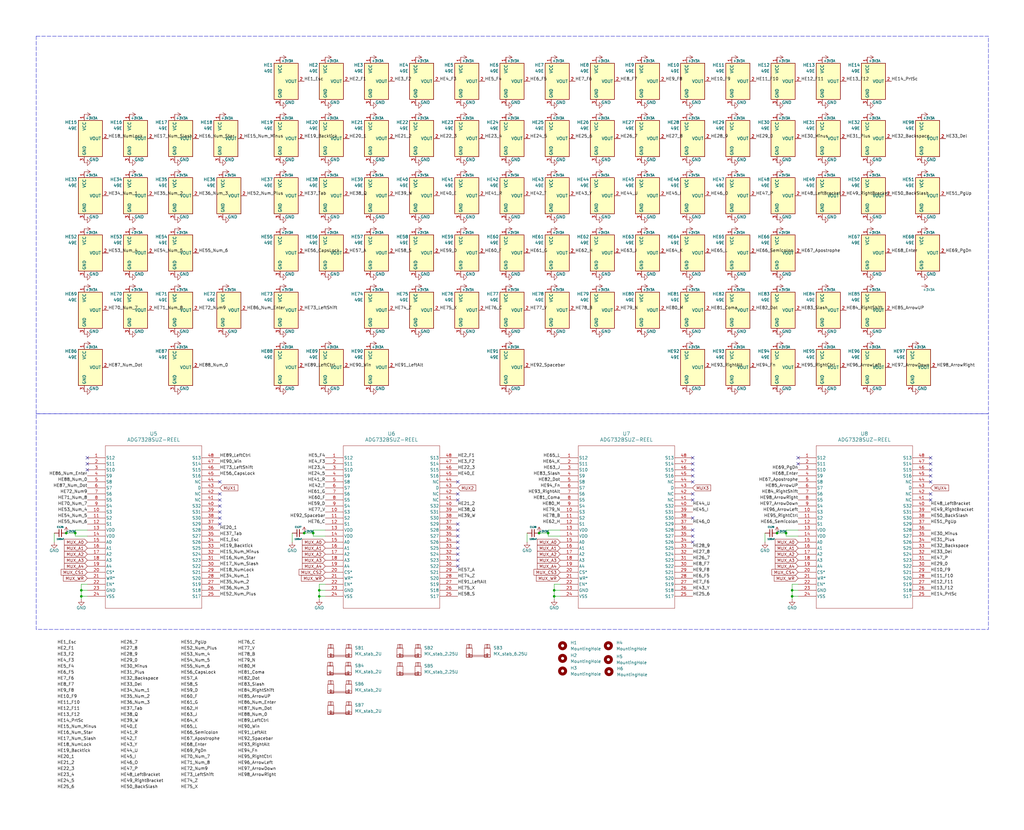
<source format=kicad_sch>
(kicad_sch (version 20250114) (generator "eeschema") (generator_version "9.0")
  (paper "User" 431.8 350)
  (title_block (title "MK98 Keyboard") (date "2026-01-03") (rev "0.1"))
  (rectangle (start 15.24 15.24) (end 416.814 174.498) (stroke (width 0) (type dash)))
  (rectangle (start 15.24 174.498) (end 416.814 265.43) (stroke (width 0) (type dash)))
  (junction (at 132.08 224.79))
  (junction (at 27.94 224.79))
  (junction (at 34.29 248.92))
  (junction (at 331.47 224.79))
  (junction (at 134.62 251.46))
  (junction (at 334.01 251.46))
  (junction (at 233.68 248.92))
  (junction (at 31.75 224.79))
  (junction (at 128.27 224.79))
  (junction (at 134.62 248.92))
  (junction (at 233.68 251.46))
  (junction (at 34.29 251.46))
  (junction (at 327.66 224.79))
  (junction (at 227.33 224.79))
  (junction (at 231.14 224.79))
  (junction (at 334.01 248.92))
  (no_connect (at 193.04 220.98))
  (no_connect (at 292.1 193.04))
  (no_connect (at 92.71 220.98))
  (no_connect (at 92.71 208.28))
  (no_connect (at 336.55 193.04))
  (no_connect (at 292.1 226.06))
  (no_connect (at 392.43 203.2))
  (no_connect (at 193.04 233.68))
  (no_connect (at 392.43 208.28))
  (no_connect (at 193.04 223.52))
  (no_connect (at 292.1 218.44))
  (no_connect (at 392.43 210.82))
  (no_connect (at 36.83 195.58))
  (no_connect (at 392.43 198.12))
  (no_connect (at 92.71 215.9))
  (no_connect (at 92.71 203.2))
  (no_connect (at 292.1 200.66))
  (no_connect (at 193.04 231.14))
  (no_connect (at 193.04 210.82))
  (no_connect (at 193.04 203.2))
  (no_connect (at 292.1 210.82))
  (no_connect (at 193.04 208.28))
  (no_connect (at 193.04 238.76))
  (no_connect (at 392.43 200.66))
  (no_connect (at 36.83 198.12))
  (no_connect (at 92.71 218.44))
  (no_connect (at 92.71 210.82))
  (no_connect (at 193.04 236.22))
  (no_connect (at 193.04 226.06))
  (no_connect (at 36.83 193.04))
  (no_connect (at 292.1 208.28))
  (no_connect (at 392.43 195.58))
  (no_connect (at 292.1 203.2))
  (no_connect (at 292.1 228.6))
  (no_connect (at 336.55 195.58))
  (no_connect (at 392.43 193.04))
  (no_connect (at 292.1 195.58))
  (no_connect (at 292.1 223.52))
  (no_connect (at 92.71 213.36))
  (no_connect (at 193.04 228.6))
  (no_connect (at 292.1 198.12))
  (wire (pts (xy 336.55 226.06) (xy 331.47 226.06)))
  (wire (pts (xy 336.55 248.92) (xy 334.01 248.92)))
  (wire (pts (xy 236.22 248.92) (xy 233.68 248.92)))
  (wire (pts (xy 336.55 246.38) (xy 334.01 246.38)))
  (wire (pts (xy 233.68 251.46) (xy 233.68 252.73)))
  (wire (pts (xy 336.55 223.52) (xy 331.47 223.52)))
  (wire (pts (xy 36.83 226.06) (xy 31.75 226.06)))
  (wire (pts (xy 331.47 224.79) (xy 327.66 224.79)))
  (wire (pts (xy 34.29 248.92) (xy 34.29 251.46)))
  (wire (pts (xy 222.25 224.79) (xy 222.25 228.6)))
  (wire (pts (xy 137.16 246.38) (xy 134.62 246.38)))
  (wire (pts (xy 137.16 248.92) (xy 134.62 248.92)))
  (wire (pts (xy 236.22 226.06) (xy 231.14 226.06)))
  (wire (pts (xy 322.58 224.79) (xy 322.58 228.6)))
  (wire (pts (xy 134.62 248.92) (xy 134.62 251.46)))
  (wire (pts (xy 134.62 251.46) (xy 134.62 252.73)))
  (wire (pts (xy 34.29 251.46) (xy 34.29 252.73)))
  (wire (pts (xy 31.75 226.06) (xy 31.75 224.79)))
  (wire (pts (xy 137.16 226.06) (xy 132.08 226.06)))
  (wire (pts (xy 36.83 246.38) (xy 34.29 246.38)))
  (wire (pts (xy 334.01 251.46) (xy 334.01 252.73)))
  (wire (pts (xy 233.68 248.92) (xy 233.68 251.46)))
  (wire (pts (xy 132.08 226.06) (xy 132.08 224.79)))
  (wire (pts (xy 134.62 251.46) (xy 137.16 251.46)))
  (wire (pts (xy 36.83 223.52) (xy 31.75 223.52)))
  (wire (pts (xy 137.16 223.52) (xy 132.08 223.52)))
  (wire (pts (xy 132.08 223.52) (xy 132.08 224.79)))
  (wire (pts (xy 334.01 248.92) (xy 334.01 251.46)))
  (wire (pts (xy 134.62 246.38) (xy 134.62 248.92)))
  (wire (pts (xy 34.29 246.38) (xy 34.29 248.92)))
  (wire (pts (xy 31.75 224.79) (xy 27.94 224.79)))
  (wire (pts (xy 123.19 224.79) (xy 123.19 228.6)))
  (wire (pts (xy 233.68 246.38) (xy 233.68 248.92)))
  (wire (pts (xy 132.08 224.79) (xy 128.27 224.79)))
  (wire (pts (xy 34.29 251.46) (xy 36.83 251.46)))
  (wire (pts (xy 331.47 223.52) (xy 331.47 224.79)))
  (wire (pts (xy 231.14 223.52) (xy 231.14 224.79)))
  (wire (pts (xy 334.01 251.46) (xy 336.55 251.46)))
  (wire (pts (xy 231.14 226.06) (xy 231.14 224.79)))
  (wire (pts (xy 334.01 246.38) (xy 334.01 248.92)))
  (wire (pts (xy 236.22 246.38) (xy 233.68 246.38)))
  (wire (pts (xy 231.14 224.79) (xy 227.33 224.79)))
  (wire (pts (xy 236.22 223.52) (xy 231.14 223.52)))
  (wire (pts (xy 331.47 226.06) (xy 331.47 224.79)))
  (wire (pts (xy 233.68 251.46) (xy 236.22 251.46)))
  (wire (pts (xy 22.86 224.79) (xy 22.86 228.6)))
  (wire (pts (xy 36.83 248.92) (xy 34.29 248.92)))
  (wire (pts (xy 31.75 223.52) (xy 31.75 224.79)))
  (label "HE37_Tab" (at 128.27 82.55 0))
  (label "HE91_LeftAlt" (at 166.37 154.94 0))
  (label "HE78_B" (at 236.22 218.44 180))
  (label "HE42_T" (at 137.16 205.74 180))
  (label "HE50_BackSlash" (at 375.92 82.55 0))
  (label "HE7_F6" (at 24.13 287.02 0))
  (label "HE45_I" (at 280.67 82.55 0))
  (label "HE62_H" (at 76.2 299.72 0))
  (label "HE32_Backspace" (at 375.92 58.42 0))
  (label "HE53_Num_4" (at 45.72 106.68 0))
  (label "HE13_F12" (at 392.43 248.92 0))
  (label "HE63_J" (at 76.2 302.26 0))
  (label "HE33_Del" (at 50.8 289.56 0))
  (label "HE93_RightAlt" (at 236.22 208.28 180))
  (label "HE54_Num_5" (at 64.77 106.68 0))
  (label "HE49_RightBracket" (at 392.43 215.9 0))
  (label "HE71_Num_8" (at 36.83 210.82 180))
  (label "HE79_N" (at 261.62 130.81 0))
  (label "HE33_Del" (at 398.78 58.42 0))
  (label "HE90_Win" (at 100.33 307.34 0))
  (label "HE83_Slash" (at 236.22 200.66 180))
  (label "HE62_H" (at 242.57 106.68 0))
  (label "HE70_Num_7" (at 45.72 130.81 0))
  (label "HE35_Num_2" (at 50.8 294.64 0))
  (label "HE91_LeftAlt" (at 100.33 309.88 0))
  (label "HE42_T" (at 50.8 312.42 0))
  (label "HE26_7" (at 50.8 271.78 0))
  (label "HE75_X" (at 185.42 130.81 0))
  (label "HE46_O" (at 299.72 82.55 0))
  (label "HE63_J" (at 236.22 198.12 180))
  (label "HE24_5" (at 24.13 330.2 0))
  (label "HE50_BackSlash" (at 392.43 218.44 0))
  (label "HE23_4" (at 204.47 58.42 0))
  (label "HE14_PrtSc" (at 392.43 251.46 0))
  (label "HE30_Minus" (at 50.8 281.94 0))
  (label "HE22_3" (at 24.13 325.12 0))
  (label "HE54_Num_5" (at 36.83 218.44 180))
  (label "HE10_F9" (at 24.13 294.64 0))
  (label "HE96_ArrowLeft" (at 336.55 215.9 180))
  (label "HE2_F1" (at 147.32 34.29 0))
  (label "HE87_Num_Dot" (at 100.33 299.72 0))
  (label "HE70_Num_7" (at 76.2 320.04 0))
  (label "HE73_LeftShift" (at 76.2 327.66 0))
  (label "HE38_Q" (at 147.32 82.55 0))
  (label "HE91_LeftAlt" (at 193.04 246.38 0))
  (label "HE13_F12" (at 24.13 302.26 0))
  (label "HE61_G" (at 223.52 106.68 0))
  (label "HE12_F11" (at 24.13 299.72 0))
  (label "HE47_P" (at 392.43 236.22 0))
  (label "HE50_BackSlash" (at 50.8 332.74 0))
  (label "HE47_P" (at 50.8 325.12 0))
  (label "HE45_I" (at 50.8 320.04 0))
  (label "HE26_7" (at 261.62 58.42 0))
  (label "HE14_PrtSc" (at 24.13 304.8 0))
  (label "HE18_NumLock" (at 24.13 314.96 0))
  (label "HE76_C" (at 100.33 271.78 0))
  (label "HE7_F6" (at 242.57 34.29 0))
  (label "HE44_U" (at 50.8 317.5 0))
  (label "HE14_PrtSc" (at 375.92 34.29 0))
  (label "HE68_Enter" (at 336.55 200.66 180))
  (label "HE87_Num_Dot" (at 36.83 205.74 180))
  (label "HE90_Win" (at 147.32 154.94 0))
  (label "HE98_ArrowRight" (at 394.97 154.94 0))
  (label "HE51_PgUp" (at 398.78 82.55 0))
  (label "HE77_V" (at 100.33 274.32 0))
  (label "HE48_LeftBracket" (at 337.82 82.55 0))
  (label "HE36_Num_3" (at 50.8 297.18 0))
  (label "HE64_K" (at 76.2 304.8 0))
  (label "HE2_F1" (at 24.13 274.32 0))
  (label "HE29_0" (at 392.43 238.76 0))
  (label "HE88_Num_0" (at 36.83 203.2 180))
  (label "HE66_Semicolon" (at 318.77 106.68 0))
  (label "HE10_F9" (at 392.43 241.3 0))
  (label "HE69_PgDn" (at 76.2 317.5 0))
  (label "HE70_Num_7" (at 36.83 213.36 180))
  (label "HE8_F7" (at 292.1 238.76 0))
  (label "HE39_W" (at 193.04 218.44 0))
  (label "HE6_F5" (at 223.52 34.29 0))
  (label "HE51_PgUp" (at 392.43 220.98 0))
  (label "HE36_Num_3" (at 83.82 82.55 0))
  (label "HE16_Num_Star" (at 24.13 309.88 0))
  (label "HE84_RightShift" (at 356.87 130.81 0))
  (label "HE35_Num_2" (at 92.71 246.38 0))
  (label "HE34_Num_1" (at 92.71 243.84 0))
  (label "HE19_Backtick" (at 92.71 231.14 0))
  (label "HE53_Num_4" (at 76.2 276.86 0))
  (label "HE71_Num_8" (at 76.2 322.58 0))
  (label "HE81_Coma" (at 100.33 284.48 0))
  (label "HE2_F1" (at 193.04 193.04 0))
  (label "HE46_O" (at 292.1 220.98 0))
  (label "HE39_W" (at 166.37 82.55 0))
  (label "HE48_LeftBracket" (at 392.43 213.36 0))
  (label "HE45_I" (at 292.1 215.9 0))
  (label "HE89_LeftCtrl" (at 92.71 193.04 0))
  (label "HE43_Y" (at 242.57 82.55 0))
  (label "HE89_LeftCtrl" (at 128.27 154.94 0))
  (label "HE27_8" (at 292.1 233.68 0))
  (label "HE31_Plus" (at 356.87 58.42 0))
  (label "HE81_Coma" (at 236.22 210.82 180))
  (label "HE9_F8" (at 280.67 34.29 0))
  (label "HE33_Del" (at 392.43 233.68 0))
  (label "HE64_K" (at 280.67 106.68 0))
  (label "HE95_RightCtrl" (at 336.55 218.44 180))
  (label "HE37_Tab" (at 92.71 226.06 0))
  (label "HE96_ArrowLeft" (at 356.87 154.94 0))
  (label "HE54_Num_5" (at 76.2 279.4 0))
  (label "HE37_Tab" (at 50.8 299.72 0))
  (label "HE77_V" (at 223.52 130.81 0))
  (label "HE82_Dot" (at 100.33 287.02 0))
  (label "HE42_T" (at 223.52 82.55 0))
  (label "HE61_G" (at 137.16 208.28 180))
  (label "HE4_F3" (at 24.13 279.4 0))
  (label "HE56_CapsLock" (at 76.2 284.48 0))
  (label "HE17_Num_Slash" (at 64.77 58.42 0))
  (label "HE80_M" (at 280.67 130.81 0))
  (label "HE22_3" (at 193.04 198.12 0))
  (label "HE83_Slash" (at 337.82 130.81 0))
  (label "HE84_RightShift" (at 100.33 292.1 0))
  (label "HE25_6" (at 24.13 332.74 0))
  (label "HE59_D" (at 137.16 213.36 180))
  (label "HE49_RightBracket" (at 356.87 82.55 0))
  (label "HE29_0" (at 50.8 279.4 0))
  (label "HE57_A" (at 147.32 106.68 0))
  (label "HE88_Num_0" (at 100.33 302.26 0))
  (label "HE77_V" (at 137.16 215.9 180))
  (label "HE81_Coma" (at 299.72 130.81 0))
  (label "HE98_ArrowRight" (at 336.55 210.82 180))
  (label "HE5_F4" (at 137.16 193.04 180))
  (label "HE38_Q" (at 50.8 302.26 0))
  (label "HE52_Num_Plus" (at 76.2 274.32 0))
  (label "HE17_Num_Slash" (at 24.13 312.42 0))
  (label "HE20_1" (at 92.71 223.52 0))
  (label "HE71_Num_8" (at 64.77 130.81 0))
  (label "HE34_Num_1" (at 45.72 82.55 0))
  (label "HE5_F4" (at 24.13 281.94 0))
  (label "HE20_1" (at 24.13 320.04 0))
  (label "HE55_Num_6" (at 76.2 281.94 0))
  (label "HE60_F" (at 137.16 210.82 180))
  (label "HE60_F" (at 204.47 106.68 0))
  (label "HE86_Num_Enter" (at 100.33 297.18 0))
  (label "HE7_F6" (at 292.1 246.38 0))
  (label "HE95_RightCtrl" (at 100.33 320.04 0))
  (label "HE86_Num_Enter" (at 104.14 130.81 0))
  (label "HE65_L" (at 299.72 106.68 0))
  (label "HE74_Z" (at 166.37 130.81 0))
  (label "HE11_F10" (at 392.43 243.84 0))
  (label "HE47_P" (at 318.77 82.55 0))
  (label "HE82_Dot" (at 236.22 203.2 180))
  (label "HE8_F7" (at 261.62 34.29 0))
  (label "HE92_Spacebar" (at 223.52 154.94 0))
  (label "HE72_Num9" (at 83.82 130.81 0))
  (label "HE32_Backspace" (at 50.8 287.02 0))
  (label "HE94_Fn" (at 318.77 154.94 0))
  (label "HE31_Plus" (at 50.8 284.48 0))
  (label "HE66_Semicolon" (at 76.2 309.88 0))
  (label "HE23_4" (at 24.13 327.66 0))
  (label "HE57_A" (at 76.2 287.02 0))
  (label "HE11_F10" (at 318.77 34.29 0))
  (label "HE86_Num_Enter" (at 36.83 200.66 180))
  (label "HE20_1" (at 147.32 58.42 0))
  (label "HE15_Num_Minus" (at 24.13 307.34 0))
  (label "HE12_F11" (at 337.82 34.29 0))
  (label "HE80_M" (at 100.33 281.94 0))
  (label "HE30_Minus" (at 392.43 226.06 0))
  (label "HE97_ArrowDown" (at 336.55 213.36 180))
  (label "HE69_PgDn" (at 336.55 198.12 180))
  (label "HE40_E" (at 185.42 82.55 0))
  (label "HE73_LeftShift" (at 128.27 130.81 0))
  (label "HE29_0" (at 318.77 58.42 0))
  (label "HE4_F3" (at 185.42 34.29 0))
  (label "HE16_Num_Star" (at 83.82 58.42 0))
  (label "HE25_6" (at 292.1 251.46 0))
  (label "HE38_Q" (at 193.04 215.9 0))
  (label "HE41_R" (at 50.8 309.88 0))
  (label "HE8_F7" (at 24.13 289.56 0))
  (label "HE85_ArrowUP" (at 375.92 130.81 0))
  (label "HE3_F2" (at 24.13 276.86 0))
  (label "HE18_NumLock" (at 92.71 241.3 0))
  (label "HE83_Slash" (at 100.33 289.56 0))
  (label "HE67_Apostrophe" (at 336.55 203.2 180))
  (label "HE40_E" (at 50.8 307.34 0))
  (label "HE52_Num_Plus" (at 104.14 82.55 0))
  (label "HE3_F2" (at 166.37 34.29 0))
  (label "HE21_2" (at 24.13 322.58 0))
  (label "HE58_S" (at 76.2 289.56 0))
  (label "HE57_A" (at 193.04 241.3 0))
  (label "HE40_E" (at 193.04 200.66 0))
  (label "HE10_F9" (at 299.72 34.29 0))
  (label "HE73_LeftShift" (at 92.71 198.12 0))
  (label "HE16_Num_Star" (at 92.71 236.22 0))
  (label "HE80_M" (at 236.22 213.36 180))
  (label "HE32_Backspace" (at 392.43 231.14 0))
  (label "HE30_Minus" (at 337.82 58.42 0))
  (label "HE87_Num_Dot" (at 45.72 154.94 0))
  (label "HE66_Semicolon" (at 336.55 220.98 180))
  (label "HE65_L" (at 76.2 307.34 0))
  (label "HE85_ArrowUP" (at 100.33 294.64 0))
  (label "HE58_S" (at 193.04 251.46 0))
  (label "HE85_ArrowUP" (at 336.55 205.74 180))
  (label "HE9_F8" (at 292.1 241.3 0))
  (label "HE74_Z" (at 76.2 330.2 0))
  (label "HE18_NumLock" (at 45.72 58.42 0))
  (label "HE6_F5" (at 292.1 243.84 0))
  (label "HE52_Num_Plus" (at 92.71 251.46 0))
  (label "HE94_Fn" (at 100.33 317.5 0))
  (label "HE26_7" (at 292.1 236.22 0))
  (label "HE1_Esc" (at 92.71 228.6 0))
  (label "HE94_Fn" (at 236.22 205.74 180))
  (label "HE76_C" (at 137.16 220.98 180))
  (label "HE59_D" (at 76.2 292.1 0))
  (label "HE79_N" (at 236.22 215.9 180))
  (label "HE59_D" (at 185.42 106.68 0))
  (label "HE19_Backtick" (at 128.27 58.42 0))
  (label "HE21_2" (at 166.37 58.42 0))
  (label "HE39_W" (at 50.8 304.8 0))
  (label "HE6_F5" (at 24.13 284.48 0))
  (label "HE56_CapsLock" (at 92.71 200.66 0))
  (label "HE19_Backtick" (at 24.13 317.5 0))
  (label "HE65_L" (at 236.22 193.04 180))
  (label "HE78_B" (at 242.57 130.81 0))
  (label "HE68_Enter" (at 76.2 314.96 0))
  (label "HE44_U" (at 261.62 82.55 0))
  (label "HE55_Num_6" (at 36.83 220.98 180))
  (label "HE46_O" (at 50.8 322.58 0))
  (label "HE97_ArrowDown" (at 100.33 325.12 0))
  (label "HE44_U" (at 292.1 213.36 0))
  (label "HE93_RightAlt" (at 299.72 154.94 0))
  (label "HE43_Y" (at 292.1 248.92 0))
  (label "HE3_F2" (at 193.04 195.58 0))
  (label "HE13_F12" (at 356.87 34.29 0))
  (label "HE23_4" (at 137.16 198.12 180))
  (label "HE49_RightBracket" (at 50.8 330.2 0))
  (label "HE61_G" (at 76.2 297.18 0))
  (label "HE98_ArrowRight" (at 100.33 327.66 0))
  (label "HE97_ArrowDown" (at 375.92 154.94 0))
  (label "HE51_PgUp" (at 76.2 271.78 0))
  (label "HE88_Num_0" (at 83.82 154.94 0))
  (label "HE5_F4" (at 204.47 34.29 0))
  (label "HE89_LeftCtrl" (at 100.33 304.8 0))
  (label "HE69_PgDn" (at 398.78 106.68 0))
  (label "HE48_LeftBracket" (at 50.8 327.66 0))
  (label "HE76_C" (at 204.47 130.81 0))
  (label "HE68_Enter" (at 375.92 106.68 0))
  (label "HE84_RightShift" (at 336.55 208.28 180))
  (label "HE28_9" (at 292.1 231.14 0))
  (label "HE11_F10" (at 24.13 297.18 0))
  (label "HE15_Num_Minus" (at 102.87 58.42 0))
  (label "HE41_R" (at 204.47 82.55 0))
  (label "HE17_Num_Slash" (at 92.71 238.76 0))
  (label "HE96_ArrowLeft" (at 100.33 322.58 0))
  (label "HE28_9" (at 50.8 276.86 0))
  (label "HE27_8" (at 50.8 274.32 0))
  (label "HE31_Plus" (at 392.43 228.6 0))
  (label "HE67_Apostrophe" (at 76.2 312.42 0))
  (label "HE27_8" (at 280.67 58.42 0))
  (label "HE75_X" (at 76.2 332.74 0))
  (label "HE92_Spacebar" (at 100.33 312.42 0))
  (label "HE93_RightAlt" (at 100.33 314.96 0))
  (label "HE72_Num9" (at 76.2 325.12 0))
  (label "HE25_6" (at 242.57 58.42 0))
  (label "HE24_5" (at 223.52 58.42 0))
  (label "HE53_Num_4" (at 36.83 215.9 180))
  (label "HE79_N" (at 100.33 279.4 0))
  (label "HE55_Num_6" (at 83.82 106.68 0))
  (label "HE64_K" (at 236.22 195.58 180))
  (label "HE1_Esc" (at 128.27 34.29 0))
  (label "HE63_J" (at 261.62 106.68 0))
  (label "HE22_3" (at 185.42 58.42 0))
  (label "HE28_9" (at 299.72 58.42 0))
  (label "HE9_F8" (at 24.13 292.1 0))
  (label "HE95_RightCtrl" (at 337.82 154.94 0))
  (label "HE41_R" (at 137.16 203.2 180))
  (label "HE24_5" (at 137.16 200.66 180))
  (label "HE90_Win" (at 92.71 195.58 0))
  (label "HE72_Num9" (at 36.83 208.28 180))
  (label "HE56_CapsLock" (at 128.27 106.68 0))
  (label "HE74_Z" (at 193.04 243.84 0))
  (label "HE60_F" (at 76.2 294.64 0))
  (label "HE43_Y" (at 50.8 314.96 0))
  (label "HE35_Num_2" (at 64.77 82.55 0))
  (label "HE58_S" (at 166.37 106.68 0))
  (label "HE4_F3" (at 137.16 195.58 180))
  (label "HE62_H" (at 236.22 220.98 180))
  (label "HE12_F11" (at 392.43 246.38 0))
  (label "HE75_X" (at 193.04 248.92 0))
  (label "HE78_B" (at 100.33 276.86 0))
  (label "HE34_Num_1" (at 50.8 292.1 0))
  (label "HE21_2" (at 193.04 213.36 0))
  (label "HE36_Num_3" (at 92.71 248.92 0))
  (label "HE15_Num_Minus" (at 92.71 233.68 0))
  (label "HE67_Apostrophe" (at 337.82 106.68 0))
  (label "HE92_Spacebar" (at 137.16 218.44 180))
  (label "HE1_Esc" (at 24.13 271.78 0))
  (label "HE82_Dot" (at 318.77 130.81 0))
  (global_label "MUX2" (shape input) (at 193.04 205.74 0) (property "Intersheetrefs" "${INTERSHEET_REFS}" (effects (hide yes))))
  (global_label "MUX_A2" (shape input) (at 36.83 233.68 180) (property "Intersheetrefs" "${INTERSHEET_REFS}" (effects (hide yes))))
  (global_label "MUX_WR" (shape input) (at 137.16 243.84 180) (property "Intersheetrefs" "${INTERSHEET_REFS}" (effects (hide yes))))
  (global_label "MUX_A1" (shape input) (at 236.22 231.14 180) (property "Intersheetrefs" "${INTERSHEET_REFS}" (effects (hide yes))))
  (global_label "MUX_A3" (shape input) (at 336.55 236.22 180) (property "Intersheetrefs" "${INTERSHEET_REFS}" (effects (hide yes))))
  (global_label "MUX_WR" (shape input) (at 336.55 243.84 180) (property "Intersheetrefs" "${INTERSHEET_REFS}" (effects (hide yes))))
  (global_label "MUX_A2" (shape input) (at 236.22 233.68 180) (property "Intersheetrefs" "${INTERSHEET_REFS}" (effects (hide yes))))
  (global_label "MUX1" (shape input) (at 92.71 205.74 0) (property "Intersheetrefs" "${INTERSHEET_REFS}" (effects (hide yes))))
  (global_label "MUX_A0" (shape input) (at 137.16 228.6 180) (property "Intersheetrefs" "${INTERSHEET_REFS}" (effects (hide yes))))
  (global_label "MUX3" (shape input) (at 292.1 205.74 0) (property "Intersheetrefs" "${INTERSHEET_REFS}" (effects (hide yes))))
  (global_label "MUX_A4" (shape input) (at 36.83 238.76 180) (property "Intersheetrefs" "${INTERSHEET_REFS}" (effects (hide yes))))
  (global_label "MUX_A4" (shape input) (at 336.55 238.76 180) (property "Intersheetrefs" "${INTERSHEET_REFS}" (effects (hide yes))))
  (global_label "MUX_A2" (shape input) (at 336.55 233.68 180) (property "Intersheetrefs" "${INTERSHEET_REFS}" (effects (hide yes))))
  (global_label "MUX_WR" (shape input) (at 236.22 243.84 180) (property "Intersheetrefs" "${INTERSHEET_REFS}" (effects (hide yes))))
  (global_label "MUX_CS2" (shape input) (at 137.16 241.3 180) (property "Intersheetrefs" "${INTERSHEET_REFS}" (effects (hide yes))))
  (global_label "MUX_A1" (shape input) (at 137.16 231.14 180) (property "Intersheetrefs" "${INTERSHEET_REFS}" (effects (hide yes))))
  (global_label "MUX4" (shape input) (at 392.43 205.74 0) (property "Intersheetrefs" "${INTERSHEET_REFS}" (effects (hide yes))))
  (global_label "MUX_A1" (shape input) (at 336.55 231.14 180) (property "Intersheetrefs" "${INTERSHEET_REFS}" (effects (hide yes))))
  (global_label "MUX_A3" (shape input) (at 236.22 236.22 180) (property "Intersheetrefs" "${INTERSHEET_REFS}" (effects (hide yes))))
  (global_label "MUX_CS4" (shape input) (at 336.55 241.3 180) (property "Intersheetrefs" "${INTERSHEET_REFS}" (effects (hide yes))))
  (global_label "MUX_A4" (shape input) (at 137.16 238.76 180) (property "Intersheetrefs" "${INTERSHEET_REFS}" (effects (hide yes))))
  (global_label "MUX_A1" (shape input) (at 36.83 231.14 180) (property "Intersheetrefs" "${INTERSHEET_REFS}" (effects (hide yes))))
  (global_label "MUX_A0" (shape input) (at 236.22 228.6 180) (property "Intersheetrefs" "${INTERSHEET_REFS}" (effects (hide yes))))
  (global_label "MUX_A2" (shape input) (at 137.16 233.68 180) (property "Intersheetrefs" "${INTERSHEET_REFS}" (effects (hide yes))))
  (global_label "MUX_A3" (shape input) (at 36.83 236.22 180) (property "Intersheetrefs" "${INTERSHEET_REFS}" (effects (hide yes))))
  (global_label "MUX_CS3" (shape input) (at 236.22 241.3 180) (property "Intersheetrefs" "${INTERSHEET_REFS}" (effects (hide yes))))
  (global_label "MUX_A0" (shape input) (at 36.83 228.6 180) (property "Intersheetrefs" "${INTERSHEET_REFS}" (effects (hide yes))))
  (global_label "MUX_CS1" (shape input) (at 36.83 241.3 180) (property "Intersheetrefs" "${INTERSHEET_REFS}" (effects (hide yes))))
  (global_label "MUX_A0" (shape input) (at 336.55 228.6 180) (property "Intersheetrefs" "${INTERSHEET_REFS}" (effects (hide yes))))
  (global_label "MUX_WR" (shape input) (at 36.83 243.84 180) (property "Intersheetrefs" "${INTERSHEET_REFS}" (effects (hide yes))))
  (global_label "MUX_A4" (shape input) (at 236.22 238.76 180) (property "Intersheetrefs" "${INTERSHEET_REFS}" (effects (hide yes))))
  (global_label "MUX_A3" (shape input) (at 137.16 236.22 180) (property "Intersheetrefs" "${INTERSHEET_REFS}" (effects (hide yes))))
  (symbol (lib_id "PCM_marbastlib-he:SW_MX_HE") (at 215.9 154.94 0) (unit 1)
    (property "Reference" "HE91" (at 210.312 148.082 0) (effects (justify right)))
    (property "Value" "49E" (at 210.312 150.622 0) (effects (justify right)))
    (property "Footprint" "PCM_marbastlib-he:SW_MX_HE_90deg_1u" (effects (hide yes)))
    (property "Datasheet" "https://wmsc.lcsc.com/wmsc/upload/file/pdf/v2/lcsc/2310271810_Hallwee-HAL9303SO_C19089525.pdf" (effects (hide yes)))
    (property "Description" "Hall effect switch, bipolar, -+1000Gs, 4.7mV/Gs, -40C to +150C, SOT-23" (effects (hide yes)))
    (property "LCSC" "C7420984" (effects (hide yes)))
  )
  (symbol (lib_id "PCM_marbastlib-he:SW_MX_HE") (at 234.95 130.81 0) (unit 1)
    (property "Reference" "HE78" (at 229.362 123.952 0) (effects (justify right)))
    (property "Value" "49E" (at 229.362 126.492 0) (effects (justify right)))
    (property "Footprint" "PCM_marbastlib-he:SW_MX_HE_90deg_1u" (effects (hide yes)))
    (property "Datasheet" "https://wmsc.lcsc.com/wmsc/upload/file/pdf/v2/lcsc/2310271810_Hallwee-HAL9303SO_C19089525.pdf" (effects (hide yes)))
    (property "Description" "Hall effect switch, bipolar, -+1000Gs, 4.7mV/Gs, -40C to +150C, SOT-23" (effects (hide yes)))
    (property "LCSC" "C7420984" (effects (hide yes)))
  )
  (symbol (lib_id "power:GND") (at 156.21 44.45 90) (unit 1)
    (property "Reference" "#PWR0270" (effects (hide yes)))
    (property "Value" "GND" (at 158.242 43.18 90) (effects (justify right)))
    (property "Description" "Power symbol creates a global label with name \"GND\" , ground" (effects (hide yes)))
  )
  (symbol (lib_id "power:+3V3") (at 346.71 120.65 270) (unit 1)
    (property "Reference" "#PWR0370" (effects (hide yes)))
    (property "Value" "+3V3A" (at 349.758 122.174 90) (effects (font (size 1 1))))
    (property "Description" "Power symbol creates a global label with name \"+3V3\"" (effects (hide yes)))
  )
  (symbol (lib_id "power:+3V3") (at 289.56 120.65 270) (unit 1)
    (property "Reference" "#PWR0367" (effects (hide yes)))
    (property "Value" "+3V3A" (at 292.608 122.174 90) (effects (font (size 1 1))))
    (property "Description" "Power symbol creates a global label with name \"+3V3\"" (effects (hide yes)))
  )
  (symbol (lib_id "power:+3V3") (at 73.66 144.78 270) (unit 1)
    (property "Reference" "#PWR0393" (effects (hide yes)))
    (property "Value" "+3V3A" (at 76.708 146.304 90) (effects (font (size 1 1))))
    (property "Description" "Power symbol creates a global label with name \"+3V3\"" (effects (hide yes)))
  )
  (symbol (lib_id "power:+3V3") (at 346.71 72.39 270) (unit 1)
    (property "Reference" "#PWR0295" (effects (hide yes)))
    (property "Value" "+3V3A" (at 349.758 73.914 90) (effects (font (size 1 1))))
    (property "Description" "Power symbol creates a global label with name \"+3V3\"" (effects (hide yes)))
  )
  (symbol (lib_id "PCM_marbastlib-he:SW_MX_HE") (at 215.9 58.42 0) (unit 1)
    (property "Reference" "HE24" (at 210.312 51.562 0) (effects (justify right)))
    (property "Value" "49E" (at 210.312 54.102 0) (effects (justify right)))
    (property "Footprint" "PCM_marbastlib-he:SW_MX_HE_90deg_1u" (effects (hide yes)))
    (property "Datasheet" "https://wmsc.lcsc.com/wmsc/upload/file/pdf/v2/lcsc/2310271810_Hallwee-HAL9303SO_C19089525.pdf" (effects (hide yes)))
    (property "Description" "Hall effect switch, bipolar, -+1000Gs, 4.7mV/Gs, -40C to +150C, SOT-23" (effects (hide yes)))
    (property "LCSC" "C7420984" (effects (hide yes)))
  )
  (symbol (lib_id "power:GND") (at 289.56 116.84 90) (unit 1)
    (property "Reference" "#PWR0387" (effects (hide yes)))
    (property "Value" "GND" (at 291.592 115.57 90) (effects (justify right)))
    (property "Description" "Power symbol creates a global label with name \"GND\" , ground" (effects (hide yes)))
  )
  (symbol (lib_id "PCM_marbastlib-he:SW_MX_HE") (at 120.65 34.29 0) (unit 1)
    (property "Reference" "HE1" (at 115.062 27.432 0) (effects (justify right)))
    (property "Value" "49E" (at 115.062 29.972 0) (effects (justify right)))
    (property "Footprint" "PCM_marbastlib-he:SW_MX_HE_90deg_1u" (effects (hide yes)))
    (property "Datasheet" "https://wmsc.lcsc.com/wmsc/upload/file/pdf/v2/lcsc/2310271810_Hallwee-HAL9303SO_C19089525.pdf" (effects (hide yes)))
    (property "Description" "Hall effect switch, bipolar, -+1000Gs, 4.7mV/Gs, -40C to +150C, SOT-23" (effects (hide yes)))
    (property "LCSC" "C7420984" (effects (hide yes)))
  )
  (symbol (lib_id "power:GND") (at 233.68 252.73 0) (unit 1)
    (property "Reference" "#PWR0461" (effects (hide yes)))
    (property "Value" "GND" (at 233.68 256.286 0))
    (property "Description" "Power symbol creates a global label with name \"GND\" , ground" (effects (hide yes)))
  )
  (symbol (lib_id "power:GND") (at 232.41 44.45 90) (unit 1)
    (property "Reference" "#PWR0274" (effects (hide yes)))
    (property "Value" "GND" (at 234.442 43.18 90) (effects (justify right)))
    (property "Description" "Power symbol creates a global label with name \"GND\" , ground" (effects (hide yes)))
  )
  (symbol (lib_id "PCM_marbastlib-he:SW_MX_HE") (at 330.2 34.29 0) (unit 1)
    (property "Reference" "HE12" (at 324.612 27.432 0) (effects (justify right)))
    (property "Value" "49E" (at 324.612 29.972 0) (effects (justify right)))
    (property "Footprint" "PCM_marbastlib-he:SW_MX_HE_90deg_1u" (effects (hide yes)))
    (property "Datasheet" "https://wmsc.lcsc.com/wmsc/upload/file/pdf/v2/lcsc/2310271810_Hallwee-HAL9303SO_C19089525.pdf" (effects (hide yes)))
    (property "Description" "Hall effect switch, bipolar, -+1000Gs, 4.7mV/Gs, -40C to +150C, SOT-23" (effects (hide yes)))
    (property "LCSC" "C7420984" (effects (hide yes)))
  )
  (symbol (lib_id "power:GND") (at 93.98 140.97 90) (unit 1)
    (property "Reference" "#PWR0440" (effects (hide yes)))
    (property "Value" "GND" (at 96.012 139.7 90) (effects (justify right)))
    (property "Description" "Power symbol creates a global label with name \"GND\" , ground" (effects (hide yes)))
  )
  (symbol (lib_id "PCM_marbastlib-he:SW_MX_HE") (at 311.15 82.55 0) (unit 1)
    (property "Reference" "HE47" (at 305.562 75.692 0) (effects (justify right)))
    (property "Value" "49E" (at 305.562 78.232 0) (effects (justify right)))
    (property "Footprint" "PCM_marbastlib-he:SW_MX_HE_90deg_1u" (effects (hide yes)))
    (property "Datasheet" "https://wmsc.lcsc.com/wmsc/upload/file/pdf/v2/lcsc/2310271810_Hallwee-HAL9303SO_C19089525.pdf" (effects (hide yes)))
    (property "Description" "Hall effect switch, bipolar, -+1000Gs, 4.7mV/Gs, -40C to +150C, SOT-23" (effects (hide yes)))
    (property "LCSC" "C7420984" (effects (hide yes)))
  )
  (symbol (lib_id "power:GND") (at 251.46 92.71 90) (unit 1)
    (property "Reference" "#PWR0348" (effects (hide yes)))
    (property "Value" "GND" (at 253.492 91.44 90) (effects (justify right)))
    (property "Description" "Power symbol creates a global label with name \"GND\" , ground" (effects (hide yes)))
  )
  (symbol (lib_id "power:GND") (at 175.26 44.45 90) (unit 1)
    (property "Reference" "#PWR0271" (effects (hide yes)))
    (property "Value" "GND" (at 177.292 43.18 90) (effects (justify right)))
    (property "Description" "Power symbol creates a global label with name \"GND\" , ground" (effects (hide yes)))
  )
  (symbol (lib_id "power:GND") (at 194.31 140.97 90) (unit 1)
    (property "Reference" "#PWR0414" (effects (hide yes)))
    (property "Value" "GND" (at 196.342 139.7 90) (effects (justify right)))
    (property "Description" "Power symbol creates a global label with name \"GND\" , ground" (effects (hide yes)))
  )
  (symbol (lib_id "PCM_marbastlib-he:SW_MX_HE") (at 120.65 106.68 0) (unit 1)
    (property "Reference" "HE55" (at 115.062 99.822 0) (effects (justify right)))
    (property "Value" "49E" (at 115.062 102.362 0) (effects (justify right)))
    (property "Footprint" "PCM_marbastlib-he:SW_MX_HE_90deg_1u" (effects (hide yes)))
    (property "Datasheet" "https://wmsc.lcsc.com/wmsc/upload/file/pdf/v2/lcsc/2310271810_Hallwee-HAL9303SO_C19089525.pdf" (effects (hide yes)))
    (property "Description" "Hall effect switch, bipolar, -+1000Gs, 4.7mV/Gs, -40C to +150C, SOT-23" (effects (hide yes)))
    (property "LCSC" "C7420984" (effects (hide yes)))
  )
  (symbol (lib_id "power:+3V3") (at 194.31 96.52 270) (unit 1)
    (property "Reference" "#PWR0325" (effects (hide yes)))
    (property "Value" "+3V3A" (at 197.358 98.044 90) (effects (font (size 1 1))))
    (property "Description" "Power symbol creates a global label with name \"+3V3\"" (effects (hide yes)))
  )
  (symbol (lib_id "power:GND") (at 346.71 44.45 90) (unit 1)
    (property "Reference" "#PWR0280" (effects (hide yes)))
    (property "Value" "GND" (at 348.742 43.18 90) (effects (justify right)))
    (property "Description" "Power symbol creates a global label with name \"GND\" , ground" (effects (hide yes)))
  )
  (symbol (lib_id "power:GND") (at 73.66 92.71 90) (unit 1)
    (property "Reference" "#PWR0340" (effects (hide yes)))
    (property "Value" "GND" (at 75.692 91.44 90) (effects (justify right)))
    (property "Description" "Power symbol creates a global label with name \"GND\" , ground" (effects (hide yes)))
  )
  (symbol (lib_id "PCM_marbastlib-he:SW_MX_HE") (at 387.35 154.94 0) (unit 1)
    (property "Reference" "HE97" (at 381.762 148.082 0) (effects (justify right)))
    (property "Value" "49E" (at 381.762 150.622 0) (effects (justify right)))
    (property "Footprint" "PCM_marbastlib-he:SW_MX_HE_90deg_1u" (effects (hide yes)))
    (property "Datasheet" "https://wmsc.lcsc.com/wmsc/upload/file/pdf/v2/lcsc/2310271810_Hallwee-HAL9303SO_C19089525.pdf" (effects (hide yes)))
    (property "Description" "Hall effect switch, bipolar, -+1000Gs, 4.7mV/Gs, -40C to +150C, SOT-23" (effects (hide yes)))
    (property "LCSC" "C7420984" (effects (hide yes)))
  )
  (symbol (lib_id "power:+3V3") (at 156.21 96.52 270) (unit 1)
    (property "Reference" "#PWR0323" (effects (hide yes)))
    (property "Value" "+3V3A" (at 159.258 98.044 90) (effects (font (size 1 1))))
    (property "Description" "Power symbol creates a global label with name \"+3V3\"" (effects (hide yes)))
  )
  (symbol (lib_id "power:+3V3") (at 156.21 72.39 270) (unit 1)
    (property "Reference" "#PWR0285" (effects (hide yes)))
    (property "Value" "+3V3A" (at 159.258 73.914 90) (effects (font (size 1 1))))
    (property "Description" "Power symbol creates a global label with name \"+3V3\"" (effects (hide yes)))
  )
  (symbol (lib_id "power:+3V3") (at 308.61 24.13 270) (unit 1)
    (property "Reference" "#PWR0264" (effects (hide yes)))
    (property "Value" "+3V3A" (at 311.658 25.654 90) (effects (font (size 1 1))))
    (property "Description" "Power symbol creates a global label with name \"+3V3\"" (effects (hide yes)))
  )
  (symbol (lib_id "PCM_marbastlib-he:SW_MX_HE") (at 330.2 106.68 0) (unit 1)
    (property "Reference" "HE66" (at 324.612 99.822 0) (effects (justify right)))
    (property "Value" "49E" (at 324.612 102.362 0) (effects (justify right)))
    (property "Footprint" "PCM_marbastlib-he:SW_MX_HE_90deg_1u" (effects (hide yes)))
    (property "Datasheet" "https://wmsc.lcsc.com/wmsc/upload/file/pdf/v2/lcsc/2310271810_Hallwee-HAL9303SO_C19089525.pdf" (effects (hide yes)))
    (property "Description" "Hall effect switch, bipolar, -+1000Gs, 4.7mV/Gs, -40C to +150C, SOT-23" (effects (hide yes)))
    (property "LCSC" "C7420984" (effects (hide yes)))
  )
  (symbol (lib_id "PCM_marbastlib-he:SW_MX_HE") (at 196.85 130.81 0) (unit 1)
    (property "Reference" "HE76" (at 191.262 123.952 0) (effects (justify right)))
    (property "Value" "49E" (at 191.262 126.492 0) (effects (justify right)))
    (property "Footprint" "PCM_marbastlib-he:SW_MX_HE_90deg_1u" (effects (hide yes)))
    (property "Datasheet" "https://wmsc.lcsc.com/wmsc/upload/file/pdf/v2/lcsc/2310271810_Hallwee-HAL9303SO_C19089525.pdf" (effects (hide yes)))
    (property "Description" "Hall effect switch, bipolar, -+1000Gs, 4.7mV/Gs, -40C to +150C, SOT-23" (effects (hide yes)))
    (property "LCSC" "C7420984" (effects (hide yes)))
  )
  (symbol (lib_id "PCM_Mux:ADG732BSUZ-REEL") (at 336.55 193.04 0) (unit 1)
    (property "Reference" "U8" (at 364.49 182.88 0) (effects (font (size 1.524 1.524))))
    (property "Value" "ADG732BSUZ-REEL" (at 364.49 185.42 0) (effects (font (size 1.524 1.524))))
    (property "Footprint" "PCM_Mux:SU_48_ADI-L" (effects (hide yes)))
    (property "Datasheet" "https://www.analog.com/media/en/technical-documentation/data-sheets/ADG726_732.pdf" (effects (hide yes)))
    (property "LCSC" "C114845" (effects (hide yes)))
  )
  (symbol (lib_id "power:GND") (at 251.46 68.58 90) (unit 1)
    (property "Reference" "#PWR0312" (effects (hide yes)))
    (property "Value" "GND" (at 253.492 67.31 90) (effects (justify right)))
    (property "Description" "Power symbol creates a global label with name \"GND\" , ground" (effects (hide yes)))
  )
  (symbol (lib_id "power:GND") (at 134.62 252.73 0) (unit 1)
    (property "Reference" "#PWR0460" (effects (hide yes)))
    (property "Value" "GND" (at 134.62 256.286 0))
    (property "Description" "Power symbol creates a global label with name \"GND\" , ground" (effects (hide yes)))
  )
  (symbol (lib_id "PCM_marbastlib-he:SW_MX_HE") (at 254 130.81 0) (unit 1)
    (property "Reference" "HE79" (at 248.412 123.952 0) (effects (justify right)))
    (property "Value" "49E" (at 248.412 126.492 0) (effects (justify right)))
    (property "Footprint" "PCM_marbastlib-he:SW_MX_HE_90deg_1u" (effects (hide yes)))
    (property "Datasheet" "https://wmsc.lcsc.com/wmsc/upload/file/pdf/v2/lcsc/2310271810_Hallwee-HAL9303SO_C19089525.pdf" (effects (hide yes)))
    (property "Description" "Hall effect switch, bipolar, -+1000Gs, 4.7mV/Gs, -40C to +150C, SOT-23" (effects (hide yes)))
    (property "LCSC" "C7420984" (effects (hide yes)))
  )
  (symbol (lib_id "power:GND") (at 213.36 44.45 90) (unit 1)
    (property "Reference" "#PWR0273" (effects (hide yes)))
    (property "Value" "GND" (at 215.392 43.18 90) (effects (justify right)))
    (property "Description" "Power symbol creates a global label with name \"GND\" , ground" (effects (hide yes)))
  )
  (symbol (lib_id "power:+3V3") (at 27.94 224.79 0) (unit 1)
    (property "Reference" "#PWR0451" (effects (hide yes)))
    (property "Value" "+3V3A" (at 29.972 224.028 0) (effects (font (size 0.8 0.8))))
    (property "Description" "Power symbol creates a global label with name \"+3V3\"" (effects (hide yes)))
  )
  (symbol (lib_id "PCM_marbastlib-he:SW_MX_HE") (at 391.16 58.42 0) (unit 1)
    (property "Reference" "HE98" (at 385.572 51.562 0) (effects (justify right)))
    (property "Value" "49E" (at 385.572 54.102 0) (effects (justify right)))
    (property "Footprint" "PCM_marbastlib-he:SW_MX_HE_90deg_1u" (effects (hide yes)))
    (property "Datasheet" "https://wmsc.lcsc.com/wmsc/upload/file/pdf/v2/lcsc/2310271810_Hallwee-HAL9303SO_C19089525.pdf" (effects (hide yes)))
    (property "Description" "Hall effect switch, bipolar, -+1000Gs, 4.7mV/Gs, -40C to +150C, SOT-23" (effects (hide yes)))
    (property "LCSC" "C7420984" (effects (hide yes)))
  )
  (symbol (lib_id "power:GND") (at 213.36 92.71 90) (unit 1)
    (property "Reference" "#PWR0346" (effects (hide yes)))
    (property "Value" "GND" (at 215.392 91.44 90) (effects (justify right)))
    (property "Description" "Power symbol creates a global label with name \"GND\" , ground" (effects (hide yes)))
  )
  (symbol (lib_id "power:+3V3") (at 251.46 96.52 270) (unit 1)
    (property "Reference" "#PWR0328" (effects (hide yes)))
    (property "Value" "+3V3A" (at 254.508 98.044 90) (effects (font (size 1 1))))
    (property "Description" "Power symbol creates a global label with name \"+3V3\"" (effects (hide yes)))
  )
  (symbol (lib_id "power:GND") (at 118.11 165.1 90) (unit 1)
    (property "Reference" "#PWR0441" (effects (hide yes)))
    (property "Value" "GND" (at 120.142 163.83 90) (effects (justify right)))
    (property "Description" "Power symbol creates a global label with name \"GND\" , ground" (effects (hide yes)))
  )
  (symbol (lib_id "PCM_marbastlib-he:SW_MX_HE") (at 76.2 58.42 0) (unit 1)
    (property "Reference" "HE17" (at 70.612 51.562 0) (effects (justify right)))
    (property "Value" "49E" (at 70.612 54.102 0) (effects (justify right)))
    (property "Footprint" "PCM_marbastlib-he:SW_MX_HE_90deg_1u" (effects (hide yes)))
    (property "Datasheet" "https://wmsc.lcsc.com/wmsc/upload/file/pdf/v2/lcsc/2310271810_Hallwee-HAL9303SO_C19089525.pdf" (effects (hide yes)))
    (property "Description" "Hall effect switch, bipolar, -+1000Gs, 4.7mV/Gs, -40C to +150C, SOT-23" (effects (hide yes)))
    (property "LCSC" "C7420984" (effects (hide yes)))
  )
  (symbol (lib_id "power:+3V3") (at 213.36 48.26 270) (unit 1)
    (property "Reference" "#PWR021" (effects (hide yes)))
    (property "Value" "+3V3A" (at 216.408 49.784 90) (effects (font (size 1 1))))
    (property "Description" "Power symbol creates a global label with name \"+3V3\"" (effects (hide yes)))
  )
  (symbol (lib_id "power:+3V3") (at 54.61 48.26 270) (unit 1)
    (property "Reference" "#PWR0234" (effects (hide yes)))
    (property "Value" "+3V3A" (at 57.658 49.784 90) (effects (font (size 1 1))))
    (property "Description" "Power symbol creates a global label with name \"+3V3\"" (effects (hide yes)))
  )
  (symbol (lib_id "Mechanical:MountingHole") (at 237.236 272.288 0) (unit 1) (in_bom no)
    (property "Reference" "H1" (at 240.538 271.0179 0) (effects (justify left)))
    (property "Value" "MountingHole" (at 240.538 273.5579 0) (effects (justify left)))
    (property "Footprint" "MountingHole:MountingHole_3.2mm_M3_Pad_Via" (effects (hide yes)))
    (property "Description" "Mounting Hole without connection" (effects (hide yes)))
  )
  (symbol (lib_id "PCM_marbastlib-he:SW_MX_HE") (at 349.25 82.55 0) (unit 1)
    (property "Reference" "HE49" (at 343.662 75.692 0) (effects (justify right)))
    (property "Value" "49E" (at 343.662 78.232 0) (effects (justify right)))
    (property "Footprint" "PCM_marbastlib-he:SW_MX_HE_90deg_1u" (effects (hide yes)))
    (property "Datasheet" "https://wmsc.lcsc.com/wmsc/upload/file/pdf/v2/lcsc/2310271810_Hallwee-HAL9303SO_C19089525.pdf" (effects (hide yes)))
    (property "Description" "Hall effect switch, bipolar, -+1000Gs, 4.7mV/Gs, -40C to +150C, SOT-23" (effects (hide yes)))
    (property "LCSC" "C7420984" (effects (hide yes)))
  )
  (symbol (lib_id "marbastlib-mx:MX_stab") (at 201.676 274.574 0) (unit 1)
    (property "Reference" "SB3" (at 208.026 273.1769 0) (effects (justify left)))
    (property "Value" "MX_stab_6.25U" (at 208.026 275.7169 0) (effects (justify left)))
    (property "Footprint" "marbastlib-mx:STAB_MX_6.25u" (effects (hide yes)))
    (property "Description" "Cherry MX-style stabilizer" (effects (hide yes)))
  )
  (symbol (lib_id "PCM_marbastlib-he:SW_MX_HE") (at 177.8 130.81 0) (unit 1)
    (property "Reference" "HE75" (at 172.212 123.952 0) (effects (justify right)))
    (property "Value" "49E" (at 172.212 126.492 0) (effects (justify right)))
    (property "Footprint" "PCM_marbastlib-he:SW_MX_HE_90deg_1u" (effects (hide yes)))
    (property "Datasheet" "https://wmsc.lcsc.com/wmsc/upload/file/pdf/v2/lcsc/2310271810_Hallwee-HAL9303SO_C19089525.pdf" (effects (hide yes)))
    (property "Description" "Hall effect switch, bipolar, -+1000Gs, 4.7mV/Gs, -40C to +150C, SOT-23" (effects (hide yes)))
    (property "LCSC" "C7420984" (effects (hide yes)))
  )
  (symbol (lib_id "power:+3V3") (at 232.41 24.13 270) (unit 1)
    (property "Reference" "#PWR0260" (effects (hide yes)))
    (property "Value" "+3V3A" (at 235.458 25.654 90) (effects (font (size 1 1))))
    (property "Description" "Power symbol creates a global label with name \"+3V3\"" (effects (hide yes)))
  )
  (symbol (lib_id "Mechanical:MountingHole") (at 237.236 277.622 0) (unit 1) (in_bom no)
    (property "Reference" "H2" (at 240.538 276.3519 0) (effects (justify left)))
    (property "Value" "MountingHole" (at 240.538 278.8919 0) (effects (justify left)))
    (property "Footprint" "MountingHole:MountingHole_3.2mm_M3_Pad_Via" (effects (hide yes)))
    (property "Description" "Mounting Hole without connection" (effects (hide yes)))
  )
  (symbol (lib_id "power:+3V3") (at 346.71 24.13 270) (unit 1)
    (property "Reference" "#PWR0266" (effects (hide yes)))
    (property "Value" "+3V3A" (at 349.758 25.654 90) (effects (font (size 1 1))))
    (property "Description" "Power symbol creates a global label with name \"+3V3\"" (effects (hide yes)))
  )
  (symbol (lib_id "power:GND") (at 118.11 116.84 90) (unit 1)
    (property "Reference" "#PWR0378" (effects (hide yes)))
    (property "Value" "GND" (at 120.142 115.57 90) (effects (justify right)))
    (property "Description" "Power symbol creates a global label with name \"GND\" , ground" (effects (hide yes)))
  )
  (symbol (lib_id "power:+3V3") (at 54.61 120.65 270) (unit 1)
    (property "Reference" "#PWR0337" (effects (hide yes)))
    (property "Value" "+3V3A" (at 57.658 122.174 90) (effects (font (size 1 1))))
    (property "Description" "Power symbol creates a global label with name \"+3V3\"" (effects (hide yes)))
  )
  (symbol (lib_id "power:+3V3") (at 270.51 24.13 270) (unit 1)
    (property "Reference" "#PWR0262" (effects (hide yes)))
    (property "Value" "+3V3A" (at 273.558 25.654 90) (effects (font (size 1 1))))
    (property "Description" "Power symbol creates a global label with name \"+3V3\"" (effects (hide yes)))
  )
  (symbol (lib_id "marbastlib-mx:MX_stab") (at 143.256 289.814 0) (unit 1)
    (property "Reference" "SB6" (at 149.606 288.4169 0) (effects (justify left)))
    (property "Value" "MX_stab_2U" (at 149.606 290.9569 0) (effects (justify left)))
    (property "Footprint" "marbastlib-mx:STAB_MX_2u_90deg" (effects (hide yes)))
    (property "Description" "Cherry MX-style stabilizer" (effects (hide yes)))
  )
  (symbol (lib_id "power:+3V3") (at 137.16 48.26 270) (unit 1)
    (property "Reference" "#PWR017" (effects (hide yes)))
    (property "Value" "+3V3A" (at 140.208 49.784 90) (effects (font (size 1 1))))
    (property "Description" "Power symbol creates a global label with name \"+3V3\"" (effects (hide yes)))
  )
  (symbol (lib_id "PCM_marbastlib-he:SW_MX_HE") (at 234.95 34.29 0) (unit 1)
    (property "Reference" "HE7" (at 229.362 27.432 0) (effects (justify right)))
    (property "Value" "49E" (at 229.362 29.972 0) (effects (justify right)))
    (property "Footprint" "PCM_marbastlib-he:SW_MX_HE_90deg_1u" (effects (hide yes)))
    (property "Datasheet" "https://wmsc.lcsc.com/wmsc/upload/file/pdf/v2/lcsc/2310271810_Hallwee-HAL9303SO_C19089525.pdf" (effects (hide yes)))
    (property "Description" "Hall effect switch, bipolar, -+1000Gs, 4.7mV/Gs, -40C to +150C, SOT-23" (effects (hide yes)))
    (property "LCSC" "C7420984" (effects (hide yes)))
  )
  (symbol (lib_id "power:GND") (at 175.26 140.97 90) (unit 1)
    (property "Reference" "#PWR0413" (effects (hide yes)))
    (property "Value" "GND" (at 177.292 139.7 90) (effects (justify right)))
    (property "Description" "Power symbol creates a global label with name \"GND\" , ground" (effects (hide yes)))
  )
  (symbol (lib_id "PCM_marbastlib-he:SW_MX_HE") (at 273.05 82.55 0) (unit 1)
    (property "Reference" "HE45" (at 267.462 75.692 0) (effects (justify right)))
    (property "Value" "49E" (at 267.462 78.232 0) (effects (justify right)))
    (property "Footprint" "PCM_marbastlib-he:SW_MX_HE_90deg_1u" (effects (hide yes)))
    (property "Datasheet" "https://wmsc.lcsc.com/wmsc/upload/file/pdf/v2/lcsc/2310271810_Hallwee-HAL9303SO_C19089525.pdf" (effects (hide yes)))
    (property "Description" "Hall effect switch, bipolar, -+1000Gs, 4.7mV/Gs, -40C to +150C, SOT-23" (effects (hide yes)))
    (property "LCSC" "C7420984" (effects (hide yes)))
  )
  (symbol (lib_id "power:GND") (at 270.51 116.84 90) (unit 1)
    (property "Reference" "#PWR0386" (effects (hide yes)))
    (property "Value" "GND" (at 272.542 115.57 90) (effects (justify right)))
    (property "Description" "Power symbol creates a global label with name \"GND\" , ground" (effects (hide yes)))
  )
  (symbol (lib_id "PCM_marbastlib-he:SW_MX_HE") (at 330.2 130.81 0) (unit 1)
    (property "Reference" "HE83" (at 324.612 123.952 0) (effects (justify right)))
    (property "Value" "49E" (at 324.612 126.492 0) (effects (justify right)))
    (property "Footprint" "PCM_marbastlib-he:SW_MX_HE_90deg_1u" (effects (hide yes)))
    (property "Datasheet" "https://wmsc.lcsc.com/wmsc/upload/file/pdf/v2/lcsc/2310271810_Hallwee-HAL9303SO_C19089525.pdf" (effects (hide yes)))
    (property "Description" "Hall effect switch, bipolar, -+1000Gs, 4.7mV/Gs, -40C to +150C, SOT-23" (effects (hide yes)))
    (property "LCSC" "C7420984" (effects (hide yes)))
  )
  (symbol (lib_id "power:GND") (at 289.56 68.58 90) (unit 1)
    (property "Reference" "#PWR0314" (effects (hide yes)))
    (property "Value" "GND" (at 291.592 67.31 90) (effects (justify right)))
    (property "Description" "Power symbol creates a global label with name \"GND\" , ground" (effects (hide yes)))
  )
  (symbol (lib_id "PCM_Mux:ADG732BSUZ-REEL") (at 36.83 193.04 0) (unit 1)
    (property "Reference" "U5" (at 64.77 182.88 0) (effects (font (size 1.524 1.524))))
    (property "Value" "ADG732BSUZ-REEL" (at 64.77 185.42 0) (effects (font (size 1.524 1.524))))
    (property "Footprint" "PCM_Mux:SU_48_ADI-L" (effects (hide yes)))
    (property "Datasheet" "https://www.analog.com/media/en/technical-documentation/data-sheets/ADG726_732.pdf" (effects (hide yes)))
    (property "LCSC" "C114845" (effects (hide yes)))
  )
  (symbol (lib_id "power:GND") (at 22.86 228.6 0) (unit 1)
    (property "Reference" "#PWR0455" (effects (hide yes)))
    (property "Value" "GND" (at 22.86 232.156 0))
    (property "Description" "Power symbol creates a global label with name \"GND\" , ground" (effects (hide yes)))
  )
  (symbol (lib_id "power:GND") (at 93.98 92.71 90) (unit 1)
    (property "Reference" "#PWR0377" (effects (hide yes)))
    (property "Value" "GND" (at 96.012 91.44 90) (effects (justify right)))
    (property "Description" "Power symbol creates a global label with name \"GND\" , ground" (effects (hide yes)))
  )
  (symbol (lib_id "PCM_marbastlib-he:SW_MX_HE") (at 273.05 130.81 0) (unit 1)
    (property "Reference" "HE80" (at 267.462 123.952 0) (effects (justify right)))
    (property "Value" "49E" (at 267.462 126.492 0) (effects (justify right)))
    (property "Footprint" "PCM_marbastlib-he:SW_MX_HE_90deg_1u" (effects (hide yes)))
    (property "Datasheet" "https://wmsc.lcsc.com/wmsc/upload/file/pdf/v2/lcsc/2310271810_Hallwee-HAL9303SO_C19089525.pdf" (effects (hide yes)))
    (property "Description" "Hall effect switch, bipolar, -+1000Gs, 4.7mV/Gs, -40C to +150C, SOT-23" (effects (hide yes)))
    (property "LCSC" "C7420984" (effects (hide yes)))
  )
  (symbol (lib_id "PCM_marbastlib-he:SW_MX_HE") (at 368.3 154.94 0) (unit 1)
    (property "Reference" "HE96" (at 362.712 148.082 0) (effects (justify right)))
    (property "Value" "49E" (at 362.712 150.622 0) (effects (justify right)))
    (property "Footprint" "PCM_marbastlib-he:SW_MX_HE_90deg_1u" (effects (hide yes)))
    (property "Datasheet" "https://wmsc.lcsc.com/wmsc/upload/file/pdf/v2/lcsc/2310271810_Hallwee-HAL9303SO_C19089525.pdf" (effects (hide yes)))
    (property "Description" "Hall effect switch, bipolar, -+1000Gs, 4.7mV/Gs, -40C to +150C, SOT-23" (effects (hide yes)))
    (property "LCSC" "C7420984" (effects (hide yes)))
  )
  (symbol (lib_id "power:+3V3") (at 73.66 120.65 270) (unit 1)
    (property "Reference" "#PWR0356" (effects (hide yes)))
    (property "Value" "+3V3A" (at 76.708 122.174 90) (effects (font (size 1 1))))
    (property "Description" "Power symbol creates a global label with name \"+3V3\"" (effects (hide yes)))
  )
  (symbol (lib_id "power:GND") (at 213.36 140.97 90) (unit 1)
    (property "Reference" "#PWR0415" (effects (hide yes)))
    (property "Value" "GND" (at 215.392 139.7 90) (effects (justify right)))
    (property "Description" "Power symbol creates a global label with name \"GND\" , ground" (effects (hide yes)))
  )
  (symbol (lib_id "power:GND") (at 270.51 140.97 90) (unit 1)
    (property "Reference" "#PWR0418" (effects (hide yes)))
    (property "Value" "GND" (at 272.542 139.7 90) (effects (justify right)))
    (property "Description" "Power symbol creates a global label with name \"GND\" , ground" (effects (hide yes)))
  )
  (symbol (lib_id "power:+3V3") (at 118.11 144.78 270) (unit 1)
    (property "Reference" "#PWR0395" (effects (hide yes)))
    (property "Value" "+3V3A" (at 121.158 146.304 90) (effects (font (size 1 1))))
    (property "Description" "Power symbol creates a global label with name \"+3V3\"" (effects (hide yes)))
  )
  (symbol (lib_id "power:+3V3") (at 213.36 72.39 270) (unit 1)
    (property "Reference" "#PWR0288" (effects (hide yes)))
    (property "Value" "+3V3A" (at 216.408 73.914 90) (effects (font (size 1 1))))
    (property "Description" "Power symbol creates a global label with name \"+3V3\"" (effects (hide yes)))
  )
  (symbol (lib_id "marbastlib-mx:MX_stab") (at 143.256 274.574 0) (unit 1)
    (property "Reference" "SB1" (at 149.606 273.1769 0) (effects (justify left)))
    (property "Value" "MX_stab_2U" (at 149.606 275.7169 0) (effects (justify left)))
    (property "Footprint" "marbastlib-mx:STAB_MX_2u" (effects (hide yes)))
    (property "Description" "Cherry MX-style stabilizer" (effects (hide yes)))
  )
  (symbol (lib_id "power:GND") (at 365.76 68.58 90) (unit 1)
    (property "Reference" "#PWR0318" (effects (hide yes)))
    (property "Value" "GND" (at 367.792 67.31 90) (effects (justify right)))
    (property "Description" "Power symbol creates a global label with name \"GND\" , ground" (effects (hide yes)))
  )
  (symbol (lib_id "power:+3V3") (at 365.76 120.65 270) (unit 1)
    (property "Reference" "#PWR0371" (effects (hide yes)))
    (property "Value" "+3V3A" (at 368.808 122.174 90) (effects (font (size 1 1))))
    (property "Description" "Power symbol creates a global label with name \"+3V3\"" (effects (hide yes)))
  )
  (symbol (lib_id "PCM_marbastlib-he:SW_MX_HE") (at 120.65 58.42 0) (unit 1)
    (property "Reference" "HE19" (at 115.062 51.562 0) (effects (justify right)))
    (property "Value" "49E" (at 115.062 54.102 0) (effects (justify right)))
    (property "Footprint" "PCM_marbastlib-he:SW_MX_HE_90deg_1u" (effects (hide yes)))
    (property "Datasheet" "https://wmsc.lcsc.com/wmsc/upload/file/pdf/v2/lcsc/2310271810_Hallwee-HAL9303SO_C19089525.pdf" (effects (hide yes)))
    (property "Description" "Hall effect switch, bipolar, -+1000Gs, 4.7mV/Gs, -40C to +150C, SOT-23" (effects (hide yes)))
    (property "LCSC" "C7420984" (effects (hide yes)))
  )
  (symbol (lib_id "PCM_marbastlib-he:SW_MX_HE") (at 120.65 130.81 0) (unit 1)
    (property "Reference" "HE73" (at 115.062 123.952 0) (effects (justify right)))
    (property "Value" "49E" (at 115.062 126.492 0) (effects (justify right)))
    (property "Footprint" "PCM_marbastlib-he:SW_MX_HE_90deg_1u" (effects (hide yes)))
    (property "Datasheet" "https://wmsc.lcsc.com/wmsc/upload/file/pdf/v2/lcsc/2310271810_Hallwee-HAL9303SO_C19089525.pdf" (effects (hide yes)))
    (property "Description" "Hall effect switch, bipolar, -+1000Gs, 4.7mV/Gs, -40C to +150C, SOT-23" (effects (hide yes)))
    (property "LCSC" "C7420984" (effects (hide yes)))
  )
  (symbol (lib_id "power:GND") (at 118.11 44.45 90) (unit 1)
    (property "Reference" "#PWR0268" (effects (hide yes)))
    (property "Value" "GND" (at 120.142 43.18 90) (effects (justify right)))
    (property "Description" "Power symbol creates a global label with name \"GND\" , ground" (effects (hide yes)))
  )
  (symbol (lib_id "PCM_marbastlib-he:SW_MX_HE") (at 330.2 58.42 0) (unit 1)
    (property "Reference" "HE30" (at 324.612 51.562 0) (effects (justify right)))
    (property "Value" "49E" (at 324.612 54.102 0) (effects (justify right)))
    (property "Footprint" "PCM_marbastlib-he:SW_MX_HE_90deg_1u" (effects (hide yes)))
    (property "Datasheet" "https://wmsc.lcsc.com/wmsc/upload/file/pdf/v2/lcsc/2310271810_Hallwee-HAL9303SO_C19089525.pdf" (effects (hide yes)))
    (property "Description" "Hall effect switch, bipolar, -+1000Gs, 4.7mV/Gs, -40C to +150C, SOT-23" (effects (hide yes)))
    (property "LCSC" "C7420984" (effects (hide yes)))
  )
  (symbol (lib_id "PCM_marbastlib-he:SW_MX_HE") (at 196.85 34.29 0) (unit 1)
    (property "Reference" "HE5" (at 191.262 27.432 0) (effects (justify right)))
    (property "Value" "49E" (at 191.262 29.972 0) (effects (justify right)))
    (property "Footprint" "PCM_marbastlib-he:SW_MX_HE_90deg_1u" (effects (hide yes)))
    (property "Datasheet" "https://wmsc.lcsc.com/wmsc/upload/file/pdf/v2/lcsc/2310271810_Hallwee-HAL9303SO_C19089525.pdf" (effects (hide yes)))
    (property "Description" "Hall effect switch, bipolar, -+1000Gs, 4.7mV/Gs, -40C to +150C, SOT-23" (effects (hide yes)))
    (property "LCSC" "C7420984" (effects (hide yes)))
  )
  (symbol (lib_id "power:+3V3") (at 137.16 72.39 270) (unit 1)
    (property "Reference" "#PWR0284" (effects (hide yes)))
    (property "Value" "+3V3A" (at 140.208 73.914 90) (effects (font (size 1 1))))
    (property "Description" "Power symbol creates a global label with name \"+3V3\"" (effects (hide yes)))
  )
  (symbol (lib_id "PCM_marbastlib-he:SW_MX_HE") (at 349.25 154.94 0) (unit 1)
    (property "Reference" "HE95" (at 343.662 148.082 0) (effects (justify right)))
    (property "Value" "49E" (at 343.662 150.622 0) (effects (justify right)))
    (property "Footprint" "PCM_marbastlib-he:SW_MX_HE_90deg_1u" (effects (hide yes)))
    (property "Datasheet" "https://wmsc.lcsc.com/wmsc/upload/file/pdf/v2/lcsc/2310271810_Hallwee-HAL9303SO_C19089525.pdf" (effects (hide yes)))
    (property "Description" "Hall effect switch, bipolar, -+1000Gs, 4.7mV/Gs, -40C to +150C, SOT-23" (effects (hide yes)))
    (property "LCSC" "C7420984" (effects (hide yes)))
  )
  (symbol (lib_id "PCM_marbastlib-he:SW_MX_HE") (at 57.15 130.81 0) (unit 1)
    (property "Reference" "HE70" (at 51.562 123.952 0) (effects (justify right)))
    (property "Value" "49E" (at 51.562 126.492 0) (effects (justify right)))
    (property "Footprint" "PCM_marbastlib-he:SW_MX_HE_90deg_1u" (effects (hide yes)))
    (property "Datasheet" "https://wmsc.lcsc.com/wmsc/upload/file/pdf/v2/lcsc/2310271810_Hallwee-HAL9303SO_C19089525.pdf" (effects (hide yes)))
    (property "Description" "Hall effect switch, bipolar, -+1000Gs, 4.7mV/Gs, -40C to +150C, SOT-23" (effects (hide yes)))
    (property "LCSC" "C7420984" (effects (hide yes)))
  )
  (symbol (lib_id "power:+3V3") (at 118.11 24.13 270) (unit 1)
    (property "Reference" "#PWR0254" (effects (hide yes)))
    (property "Value" "+3V3A" (at 121.158 25.654 90) (effects (font (size 1 1))))
    (property "Description" "Power symbol creates a global label with name \"+3V3\"" (effects (hide yes)))
  )
  (symbol (lib_id "power:+3V3") (at 232.41 120.65 270) (unit 1)
    (property "Reference" "#PWR0364" (effects (hide yes)))
    (property "Value" "+3V3A" (at 235.458 122.174 90) (effects (font (size 1 1))))
    (property "Description" "Power symbol creates a global label with name \"+3V3\"" (effects (hide yes)))
  )
  (symbol (lib_id "power:+3V3") (at 289.56 48.26 270) (unit 1)
    (property "Reference" "#PWR025" (effects (hide yes)))
    (property "Value" "+3V3A" (at 292.608 49.784 90) (effects (font (size 1 1))))
    (property "Description" "Power symbol creates a global label with name \"+3V3\"" (effects (hide yes)))
  )
  (symbol (lib_id "Device:C_Small") (at 224.79 224.79 90) (unit 1)
    (property "Reference" "C128" (at 224.79 222.25 90) (effects (font (size 0.7 0.7))))
    (property "Value" "100nf" (at 224.79 227.33 90) (effects (font (size 0.7 0.7))))
    (property "Footprint" "Capacitor_SMD:C_0603_1608Metric" (effects (hide yes)))
    (property "Description" "Unpolarized capacitor, small symbol" (effects (hide yes)))
    (property "LCSC" "C14663" (effects (hide yes)))
  )
  (symbol (lib_id "PCM_marbastlib-he:SW_MX_HE") (at 177.8 34.29 0) (unit 1)
    (property "Reference" "HE4" (at 172.212 27.432 0) (effects (justify right)))
    (property "Value" "49E" (at 172.212 29.972 0) (effects (justify right)))
    (property "Footprint" "PCM_marbastlib-he:SW_MX_HE_90deg_1u" (effects (hide yes)))
    (property "Datasheet" "https://wmsc.lcsc.com/wmsc/upload/file/pdf/v2/lcsc/2310271810_Hallwee-HAL9303SO_C19089525.pdf" (effects (hide yes)))
    (property "Description" "Hall effect switch, bipolar, -+1000Gs, 4.7mV/Gs, -40C to +150C, SOT-23" (effects (hide yes)))
    (property "LCSC" "C7420984" (effects (hide yes)))
  )
  (symbol (lib_id "power:+3V3") (at 118.11 120.65 270) (unit 1)
    (property "Reference" "#PWR0358" (effects (hide yes)))
    (property "Value" "+3V3A" (at 121.158 122.174 90) (effects (font (size 1 1))))
    (property "Description" "Power symbol creates a global label with name \"+3V3\"" (effects (hide yes)))
  )
  (symbol (lib_id "power:GND") (at 35.56 165.1 90) (unit 1)
    (property "Reference" "#PWR0438" (effects (hide yes)))
    (property "Value" "GND" (at 37.592 163.83 90) (effects (justify right)))
    (property "Description" "Power symbol creates a global label with name \"GND\" , ground" (effects (hide yes)))
  )
  (symbol (lib_id "power:GND") (at 270.51 92.71 90) (unit 1)
    (property "Reference" "#PWR0349" (effects (hide yes)))
    (property "Value" "GND" (at 272.542 91.44 90) (effects (justify right)))
    (property "Description" "Power symbol creates a global label with name \"GND\" , ground" (effects (hide yes)))
  )
  (symbol (lib_id "PCM_marbastlib-he:SW_MX_HE") (at 215.9 106.68 0) (unit 1)
    (property "Reference" "HE60" (at 210.312 99.822 0) (effects (justify right)))
    (property "Value" "49E" (at 210.312 102.362 0) (effects (justify right)))
    (property "Footprint" "PCM_marbastlib-he:SW_MX_HE_90deg_1u" (effects (hide yes)))
    (property "Datasheet" "https://wmsc.lcsc.com/wmsc/upload/file/pdf/v2/lcsc/2310271810_Hallwee-HAL9303SO_C19089525.pdf" (effects (hide yes)))
    (property "Description" "Hall effect switch, bipolar, -+1000Gs, 4.7mV/Gs, -40C to +150C, SOT-23" (effects (hide yes)))
    (property "LCSC" "C7420984" (effects (hide yes)))
  )
  (symbol (lib_id "power:GND") (at 251.46 44.45 90) (unit 1)
    (property "Reference" "#PWR0275" (effects (hide yes)))
    (property "Value" "GND" (at 253.492 43.18 90) (effects (justify right)))
    (property "Description" "Power symbol creates a global label with name \"GND\" , ground" (effects (hide yes)))
  )
  (symbol (lib_id "power:GND") (at 73.66 116.84 90) (unit 1)
    (property "Reference" "#PWR0376" (effects (hide yes)))
    (property "Value" "GND" (at 75.692 115.57 90) (effects (justify right)))
    (property "Description" "Power symbol creates a global label with name \"GND\" , ground" (effects (hide yes)))
  )
  (symbol (lib_id "power:+3V3") (at 346.71 48.26 270) (unit 1)
    (property "Reference" "#PWR0200" (effects (hide yes)))
    (property "Value" "+3V3A" (at 349.758 49.784 90) (effects (font (size 1 1))))
    (property "Description" "Power symbol creates a global label with name \"+3V3\"" (effects (hide yes)))
  )
  (symbol (lib_id "PCM_marbastlib-he:SW_MX_HE") (at 311.15 106.68 0) (unit 1)
    (property "Reference" "HE65" (at 305.562 99.822 0) (effects (justify right)))
    (property "Value" "49E" (at 305.562 102.362 0) (effects (justify right)))
    (property "Footprint" "PCM_marbastlib-he:SW_MX_HE_90deg_1u" (effects (hide yes)))
    (property "Datasheet" "https://wmsc.lcsc.com/wmsc/upload/file/pdf/v2/lcsc/2310271810_Hallwee-HAL9303SO_C19089525.pdf" (effects (hide yes)))
    (property "Description" "Hall effect switch, bipolar, -+1000Gs, 4.7mV/Gs, -40C to +150C, SOT-23" (effects (hide yes)))
    (property "LCSC" "C7420984" (effects (hide yes)))
  )
  (symbol (lib_id "power:+3V3") (at 308.61 120.65 270) (unit 1)
    (property "Reference" "#PWR0368" (effects (hide yes)))
    (property "Value" "+3V3A" (at 311.658 122.174 90) (effects (font (size 1 1))))
    (property "Description" "Power symbol creates a global label with name \"+3V3\"" (effects (hide yes)))
  )
  (symbol (lib_id "PCM_marbastlib-he:SW_MX_HE") (at 349.25 58.42 0) (unit 1)
    (property "Reference" "HE31" (at 343.662 51.562 0) (effects (justify right)))
    (property "Value" "49E" (at 343.662 54.102 0) (effects (justify right)))
    (property "Footprint" "PCM_marbastlib-he:SW_MX_HE_90deg_1u" (effects (hide yes)))
    (property "Datasheet" "https://wmsc.lcsc.com/wmsc/upload/file/pdf/v2/lcsc/2310271810_Hallwee-HAL9303SO_C19089525.pdf" (effects (hide yes)))
    (property "Description" "Hall effect switch, bipolar, -+1000Gs, 4.7mV/Gs, -40C to +150C, SOT-23" (effects (hide yes)))
    (property "LCSC" "C7420984" (effects (hide yes)))
  )
  (symbol (lib_id "power:+3V3") (at 308.61 96.52 270) (unit 1)
    (property "Reference" "#PWR0331" (effects (hide yes)))
    (property "Value" "+3V3A" (at 311.658 98.044 90) (effects (font (size 1 1))))
    (property "Description" "Power symbol creates a global label with name \"+3V3\"" (effects (hide yes)))
  )
  (symbol (lib_id "PCM_marbastlib-he:SW_MX_HE") (at 292.1 58.42 0) (unit 1)
    (property "Reference" "HE28" (at 286.512 51.562 0) (effects (justify right)))
    (property "Value" "49E" (at 286.512 54.102 0) (effects (justify right)))
    (property "Footprint" "PCM_marbastlib-he:SW_MX_HE_90deg_1u" (effects (hide yes)))
    (property "Datasheet" "https://wmsc.lcsc.com/wmsc/upload/file/pdf/v2/lcsc/2310271810_Hallwee-HAL9303SO_C19089525.pdf" (effects (hide yes)))
    (property "Description" "Hall effect switch, bipolar, -+1000Gs, 4.7mV/Gs, -40C to +150C, SOT-23" (effects (hide yes)))
    (property "LCSC" "C7420984" (effects (hide yes)))
  )
  (symbol (lib_id "PCM_marbastlib-he:SW_MX_HE") (at 234.95 82.55 0) (unit 1)
    (property "Reference" "HE43" (at 229.362 75.692 0) (effects (justify right)))
    (property "Value" "49E" (at 229.362 78.232 0) (effects (justify right)))
    (property "Footprint" "PCM_marbastlib-he:SW_MX_HE_90deg_1u" (effects (hide yes)))
    (property "Datasheet" "https://wmsc.lcsc.com/wmsc/upload/file/pdf/v2/lcsc/2310271810_Hallwee-HAL9303SO_C19089525.pdf" (effects (hide yes)))
    (property "Description" "Hall effect switch, bipolar, -+1000Gs, 4.7mV/Gs, -40C to +150C, SOT-23" (effects (hide yes)))
    (property "LCSC" "C7420984" (effects (hide yes)))
  )
  (symbol (lib_id "PCM_marbastlib-he:SW_MX_HE") (at 215.9 34.29 0) (unit 1)
    (property "Reference" "HE6" (at 210.312 27.432 0) (effects (justify right)))
    (property "Value" "49E" (at 210.312 29.972 0) (effects (justify right)))
    (property "Footprint" "PCM_marbastlib-he:SW_MX_HE_90deg_1u" (effects (hide yes)))
    (property "Datasheet" "https://wmsc.lcsc.com/wmsc/upload/file/pdf/v2/lcsc/2310271810_Hallwee-HAL9303SO_C19089525.pdf" (effects (hide yes)))
    (property "Description" "Hall effect switch, bipolar, -+1000Gs, 4.7mV/Gs, -40C to +150C, SOT-23" (effects (hide yes)))
    (property "LCSC" "C7420984" (effects (hide yes)))
  )
  (symbol (lib_id "power:GND") (at 35.56 116.84 90) (unit 1)
    (property "Reference" "#PWR0374" (effects (hide yes)))
    (property "Value" "GND" (at 37.592 115.57 90) (effects (justify right)))
    (property "Description" "Power symbol creates a global label with name \"GND\" , ground" (effects (hide yes)))
  )
  (symbol (lib_id "power:+3V3") (at 213.36 24.13 270) (unit 1)
    (property "Reference" "#PWR0259" (effects (hide yes)))
    (property "Value" "+3V3A" (at 216.408 25.654 90) (effects (font (size 1 1))))
    (property "Description" "Power symbol creates a global label with name \"+3V3\"" (effects (hide yes)))
  )
  (symbol (lib_id "power:+3V3") (at 73.66 96.52 270) (unit 1)
    (property "Reference" "#PWR0300" (effects (hide yes)))
    (property "Value" "+3V3A" (at 76.708 98.044 90) (effects (font (size 1 1))))
    (property "Description" "Power symbol creates a global label with name \"+3V3\"" (effects (hide yes)))
  )
  (symbol (lib_id "power:+3V3") (at 388.62 96.52 270) (unit 1)
    (property "Reference" "#PWR0335" (effects (hide yes)))
    (property "Value" "+3V3A" (at 391.668 98.044 90) (effects (font (size 1 1))))
    (property "Description" "Power symbol creates a global label with name \"+3V3\"" (effects (hide yes)))
  )
  (symbol (lib_id "power:+3V3") (at 175.26 96.52 270) (unit 1)
    (property "Reference" "#PWR0324" (effects (hide yes)))
    (property "Value" "+3V3A" (at 178.308 98.044 90) (effects (font (size 1 1))))
    (property "Description" "Power symbol creates a global label with name \"+3V3\"" (effects (hide yes)))
  )
  (symbol (lib_id "PCM_marbastlib-he:SW_MX_HE") (at 76.2 82.55 0) (unit 1)
    (property "Reference" "HE35" (at 70.612 75.692 0) (effects (justify right)))
    (property "Value" "49E" (at 70.612 78.232 0) (effects (justify right)))
    (property "Footprint" "PCM_marbastlib-he:SW_MX_HE_90deg_1u" (effects (hide yes)))
    (property "Datasheet" "https://wmsc.lcsc.com/wmsc/upload/file/pdf/v2/lcsc/2310271810_Hallwee-HAL9303SO_C19089525.pdf" (effects (hide yes)))
    (property "Description" "Hall effect switch, bipolar, -+1000Gs, 4.7mV/Gs, -40C to +150C, SOT-23" (effects (hide yes)))
    (property "LCSC" "C7420984" (effects (hide yes)))
  )
  (symbol (lib_id "power:+3V3") (at 213.36 96.52 270) (unit 1)
    (property "Reference" "#PWR0326" (effects (hide yes)))
    (property "Value" "+3V3A" (at 216.408 98.044 90) (effects (font (size 1 1))))
    (property "Description" "Power symbol creates a global label with name \"+3V3\"" (effects (hide yes)))
  )
  (symbol (lib_id "PCM_marbastlib-he:SW_MX_HE") (at 96.52 82.55 0) (unit 1)
    (property "Reference" "HE36" (at 90.932 75.692 0) (effects (justify right)))
    (property "Value" "49E" (at 90.932 78.232 0) (effects (justify right)))
    (property "Footprint" "PCM_marbastlib-he:SW_MX_HE_90deg_1u" (effects (hide yes)))
    (property "Datasheet" "https://wmsc.lcsc.com/wmsc/upload/file/pdf/v2/lcsc/2310271810_Hallwee-HAL9303SO_C19089525.pdf" (effects (hide yes)))
    (property "Description" "Hall effect switch, bipolar, -+1000Gs, 4.7mV/Gs, -40C to +150C, SOT-23" (effects (hide yes)))
    (property "LCSC" "C7420984" (effects (hide yes)))
  )
  (symbol (lib_id "power:GND") (at 270.51 44.45 90) (unit 1)
    (property "Reference" "#PWR0276" (effects (hide yes)))
    (property "Value" "GND" (at 272.542 43.18 90) (effects (justify right)))
    (property "Description" "Power symbol creates a global label with name \"GND\" , ground" (effects (hide yes)))
  )
  (symbol (lib_id "power:GND") (at 346.71 165.1 90) (unit 1)
    (property "Reference" "#PWR0448" (effects (hide yes)))
    (property "Value" "GND" (at 348.742 163.83 90) (effects (justify right)))
    (property "Description" "Power symbol creates a global label with name \"GND\" , ground" (effects (hide yes)))
  )
  (symbol (lib_id "power:+3V3") (at 175.26 24.13 270) (unit 1)
    (property "Reference" "#PWR0257" (effects (hide yes)))
    (property "Value" "+3V3A" (at 178.308 25.654 90) (effects (font (size 1 1))))
    (property "Description" "Power symbol creates a global label with name \"+3V3\"" (effects (hide yes)))
  )
  (symbol (lib_id "PCM_Mux:ADG732BSUZ-REEL") (at 236.22 193.04 0) (unit 1)
    (property "Reference" "U7" (at 264.16 182.88 0) (effects (font (size 1.524 1.524))))
    (property "Value" "ADG732BSUZ-REEL" (at 264.16 185.42 0) (effects (font (size 1.524 1.524))))
    (property "Footprint" "PCM_Mux:SU_48_ADI-L" (effects (hide yes)))
    (property "Datasheet" "https://www.analog.com/media/en/technical-documentation/data-sheets/ADG726_732.pdf" (effects (hide yes)))
    (property "LCSC" "C114845" (effects (hide yes)))
  )
  (symbol (lib_id "PCM_marbastlib-he:SW_MX_HE") (at 273.05 106.68 0) (unit 1)
    (property "Reference" "HE63" (at 267.462 99.822 0) (effects (justify right)))
    (property "Value" "49E" (at 267.462 102.362 0) (effects (justify right)))
    (property "Footprint" "PCM_marbastlib-he:SW_MX_HE_90deg_1u" (effects (hide yes)))
    (property "Datasheet" "https://wmsc.lcsc.com/wmsc/upload/file/pdf/v2/lcsc/2310271810_Hallwee-HAL9303SO_C19089525.pdf" (effects (hide yes)))
    (property "Description" "Hall effect switch, bipolar, -+1000Gs, 4.7mV/Gs, -40C to +150C, SOT-23" (effects (hide yes)))
    (property "LCSC" "C7420984" (effects (hide yes)))
  )
  (symbol (lib_id "PCM_marbastlib-he:SW_MX_HE") (at 158.75 82.55 0) (unit 1)
    (property "Reference" "HE39" (at 153.162 75.692 0) (effects (justify right)))
    (property "Value" "49E" (at 153.162 78.232 0) (effects (justify right)))
    (property "Footprint" "PCM_marbastlib-he:SW_MX_HE_90deg_1u" (effects (hide yes)))
    (property "Datasheet" "https://wmsc.lcsc.com/wmsc/upload/file/pdf/v2/lcsc/2310271810_Hallwee-HAL9303SO_C19089525.pdf" (effects (hide yes)))
    (property "Description" "Hall effect switch, bipolar, -+1000Gs, 4.7mV/Gs, -40C to +150C, SOT-23" (effects (hide yes)))
    (property "LCSC" "C7420984" (effects (hide yes)))
  )
  (symbol (lib_id "power:GND") (at 137.16 44.45 90) (unit 1)
    (property "Reference" "#PWR0269" (effects (hide yes)))
    (property "Value" "GND" (at 139.192 43.18 90) (effects (justify right)))
    (property "Description" "Power symbol creates a global label with name \"GND\" , ground" (effects (hide yes)))
  )
  (symbol (lib_id "power:+3V3") (at 388.62 72.39 270) (unit 1)
    (property "Reference" "#PWR0297" (effects (hide yes)))
    (property "Value" "+3V3A" (at 391.668 73.914 90) (effects (font (size 1 1))))
    (property "Description" "Power symbol creates a global label with name \"+3V3\"" (effects (hide yes)))
  )
  (symbol (lib_id "PCM_marbastlib-he:SW_MX_HE") (at 76.2 130.81 0) (unit 1)
    (property "Reference" "HE71" (at 70.612 123.952 0) (effects (justify right)))
    (property "Value" "49E" (at 70.612 126.492 0) (effects (justify right)))
    (property "Footprint" "PCM_marbastlib-he:SW_MX_HE_90deg_1u" (effects (hide yes)))
    (property "Datasheet" "https://wmsc.lcsc.com/wmsc/upload/file/pdf/v2/lcsc/2310271810_Hallwee-HAL9303SO_C19089525.pdf" (effects (hide yes)))
    (property "Description" "Hall effect switch, bipolar, -+1000Gs, 4.7mV/Gs, -40C to +150C, SOT-23" (effects (hide yes)))
    (property "LCSC" "C7420984" (effects (hide yes)))
  )
  (symbol (lib_id "power:GND") (at 54.61 116.84 90) (unit 1)
    (property "Reference" "#PWR0375" (effects (hide yes)))
    (property "Value" "GND" (at 56.642 115.57 90) (effects (justify right)))
    (property "Description" "Power symbol creates a global label with name \"GND\" , ground" (effects (hide yes)))
  )
  (symbol (lib_id "power:GND") (at 232.41 68.58 90) (unit 1)
    (property "Reference" "#PWR0311" (effects (hide yes)))
    (property "Value" "GND" (at 234.442 67.31 90) (effects (justify right)))
    (property "Description" "Power symbol creates a global label with name \"GND\" , ground" (effects (hide yes)))
  )
  (symbol (lib_id "power:+3V3") (at 175.26 48.26 270) (unit 1)
    (property "Reference" "#PWR019" (effects (hide yes)))
    (property "Value" "+3V3A" (at 178.308 49.784 90) (effects (font (size 1 1))))
    (property "Description" "Power symbol creates a global label with name \"+3V3\"" (effects (hide yes)))
  )
  (symbol (lib_id "power:GND") (at 137.16 92.71 90) (unit 1)
    (property "Reference" "#PWR0342" (effects (hide yes)))
    (property "Value" "GND" (at 139.192 91.44 90) (effects (justify right)))
    (property "Description" "Power symbol creates a global label with name \"GND\" , ground" (effects (hide yes)))
  )
  (symbol (lib_id "power:+3V3") (at 270.51 120.65 270) (unit 1)
    (property "Reference" "#PWR0366" (effects (hide yes)))
    (property "Value" "+3V3A" (at 273.558 122.174 90) (effects (font (size 1 1))))
    (property "Description" "Power symbol creates a global label with name \"+3V3\"" (effects (hide yes)))
  )
  (symbol (lib_id "power:GND") (at 327.66 165.1 90) (unit 1)
    (property "Reference" "#PWR0447" (effects (hide yes)))
    (property "Value" "GND" (at 329.692 163.83 90) (effects (justify right)))
    (property "Description" "Power symbol creates a global label with name \"GND\" , ground" (effects (hide yes)))
  )
  (symbol (lib_id "power:GND") (at 388.62 68.58 90) (unit 1)
    (property "Reference" "#PWR0450" (effects (hide yes)))
    (property "Value" "GND" (at 390.652 67.31 90) (effects (justify right)))
    (property "Description" "Power symbol creates a global label with name \"GND\" , ground" (effects (hide yes)))
  )
  (symbol (lib_id "power:+3V3") (at 137.16 24.13 270) (unit 1)
    (property "Reference" "#PWR0255" (effects (hide yes)))
    (property "Value" "+3V3A" (at 140.208 25.654 90) (effects (font (size 1 1))))
    (property "Description" "Power symbol creates a global label with name \"+3V3\"" (effects (hide yes)))
  )
  (symbol (lib_id "power:GND") (at 34.29 252.73 0) (unit 1)
    (property "Reference" "#PWR0459" (effects (hide yes)))
    (property "Value" "GND" (at 34.29 256.286 0))
    (property "Description" "Power symbol creates a global label with name \"GND\" , ground" (effects (hide yes)))
  )
  (symbol (lib_id "power:+3V3") (at 289.56 72.39 270) (unit 1)
    (property "Reference" "#PWR0292" (effects (hide yes)))
    (property "Value" "+3V3A" (at 292.608 73.914 90) (effects (font (size 1 1))))
    (property "Description" "Power symbol creates a global label with name \"+3V3\"" (effects (hide yes)))
  )
  (symbol (lib_id "power:GND") (at 289.56 140.97 90) (unit 1)
    (property "Reference" "#PWR0419" (effects (hide yes)))
    (property "Value" "GND" (at 291.592 139.7 90) (effects (justify right)))
    (property "Description" "Power symbol creates a global label with name \"GND\" , ground" (effects (hide yes)))
  )
  (symbol (lib_id "PCM_marbastlib-he:SW_MX_HE") (at 292.1 106.68 0) (unit 1)
    (property "Reference" "HE64" (at 286.512 99.822 0) (effects (justify right)))
    (property "Value" "49E" (at 286.512 102.362 0) (effects (justify right)))
    (property "Footprint" "PCM_marbastlib-he:SW_MX_HE_90deg_1u" (effects (hide yes)))
    (property "Datasheet" "https://wmsc.lcsc.com/wmsc/upload/file/pdf/v2/lcsc/2310271810_Hallwee-HAL9303SO_C19089525.pdf" (effects (hide yes)))
    (property "Description" "Hall effect switch, bipolar, -+1000Gs, 4.7mV/Gs, -40C to +150C, SOT-23" (effects (hide yes)))
    (property "LCSC" "C7420984" (effects (hide yes)))
  )
  (symbol (lib_id "power:+3V3") (at 156.21 120.65 270) (unit 1)
    (property "Reference" "#PWR0360" (effects (hide yes)))
    (property "Value" "+3V3A" (at 159.258 122.174 90) (effects (font (size 1 1))))
    (property "Description" "Power symbol creates a global label with name \"+3V3\"" (effects (hide yes)))
  )
  (symbol (lib_id "power:GND") (at 54.61 140.97 90) (unit 1)
    (property "Reference" "#PWR0409" (effects (hide yes)))
    (property "Value" "GND" (at 56.642 139.7 90) (effects (justify right)))
    (property "Description" "Power symbol creates a global label with name \"GND\" , ground" (effects (hide yes)))
  )
  (symbol (lib_id "power:+3V3") (at 128.27 224.79 0) (unit 1)
    (property "Reference" "#PWR0452" (effects (hide yes)))
    (property "Value" "+3V3A" (at 130.302 224.028 0) (effects (font (size 0.8 0.8))))
    (property "Description" "Power symbol creates a global label with name \"+3V3\"" (effects (hide yes)))
  )
  (symbol (lib_id "power:+3V3") (at 137.16 96.52 270) (unit 1)
    (property "Reference" "#PWR0322" (effects (hide yes)))
    (property "Value" "+3V3A" (at 140.208 98.044 90) (effects (font (size 1 1))))
    (property "Description" "Power symbol creates a global label with name \"+3V3\"" (effects (hide yes)))
  )
  (symbol (lib_id "power:+3V3") (at 118.11 48.26 270) (unit 1)
    (property "Reference" "#PWR016" (effects (hide yes)))
    (property "Value" "+3V3A" (at 121.158 49.784 90) (effects (font (size 1 1))))
    (property "Description" "Power symbol creates a global label with name \"+3V3\"" (effects (hide yes)))
  )
  (symbol (lib_id "marbastlib-mx:MX_stab") (at 172.466 274.574 0) (unit 1)
    (property "Reference" "SB2" (at 178.816 273.1769 0) (effects (justify left)))
    (property "Value" "MX_stab_2.25U" (at 178.816 275.7169 0) (effects (justify left)))
    (property "Footprint" "marbastlib-mx:STAB_MX_2.25u" (effects (hide yes)))
    (property "Description" "Cherry MX-style stabilizer" (effects (hide yes)))
  )
  (symbol (lib_id "PCM_marbastlib-he:SW_MX_HE") (at 273.05 34.29 0) (unit 1)
    (property "Reference" "HE9" (at 267.462 27.432 0) (effects (justify right)))
    (property "Value" "49E" (at 267.462 29.972 0) (effects (justify right)))
    (property "Footprint" "PCM_marbastlib-he:SW_MX_HE_90deg_1u" (effects (hide yes)))
    (property "Datasheet" "https://wmsc.lcsc.com/wmsc/upload/file/pdf/v2/lcsc/2310271810_Hallwee-HAL9303SO_C19089525.pdf" (effects (hide yes)))
    (property "Description" "Hall effect switch, bipolar, -+1000Gs, 4.7mV/Gs, -40C to +150C, SOT-23" (effects (hide yes)))
    (property "LCSC" "C7420984" (effects (hide yes)))
  )
  (symbol (lib_id "PCM_marbastlib-he:SW_MX_HE") (at 120.65 154.94 0) (unit 1)
    (property "Reference" "HE88" (at 115.062 148.082 0) (effects (justify right)))
    (property "Value" "49E" (at 115.062 150.622 0) (effects (justify right)))
    (property "Footprint" "PCM_marbastlib-he:SW_MX_HE_90deg_1u" (effects (hide yes)))
    (property "Datasheet" "https://wmsc.lcsc.com/wmsc/upload/file/pdf/v2/lcsc/2310271810_Hallwee-HAL9303SO_C19089525.pdf" (effects (hide yes)))
    (property "Description" "Hall effect switch, bipolar, -+1000Gs, 4.7mV/Gs, -40C to +150C, SOT-23" (effects (hide yes)))
    (property "LCSC" "C7420984" (effects (hide yes)))
  )
  (symbol (lib_id "PCM_marbastlib-he:SW_MX_HE") (at 139.7 154.94 0) (unit 1)
    (property "Reference" "HE89" (at 134.112 148.082 0) (effects (justify right)))
    (property "Value" "49E" (at 134.112 150.622 0) (effects (justify right)))
    (property "Footprint" "PCM_marbastlib-he:SW_MX_HE_90deg_1u" (effects (hide yes)))
    (property "Datasheet" "https://wmsc.lcsc.com/wmsc/upload/file/pdf/v2/lcsc/2310271810_Hallwee-HAL9303SO_C19089525.pdf" (effects (hide yes)))
    (property "Description" "Hall effect switch, bipolar, -+1000Gs, 4.7mV/Gs, -40C to +150C, SOT-23" (effects (hide yes)))
    (property "LCSC" "C7420984" (effects (hide yes)))
  )
  (symbol (lib_id "power:+3V3") (at 327.66 24.13 270) (unit 1)
    (property "Reference" "#PWR0265" (effects (hide yes)))
    (property "Value" "+3V3A" (at 330.708 25.654 90) (effects (font (size 1 1))))
    (property "Description" "Power symbol creates a global label with name \"+3V3\"" (effects (hide yes)))
  )
  (symbol (lib_id "PCM_marbastlib-he:SW_MX_HE") (at 196.85 106.68 0) (unit 1)
    (property "Reference" "HE59" (at 191.262 99.822 0) (effects (justify right)))
    (property "Value" "49E" (at 191.262 102.362 0) (effects (justify right)))
    (property "Footprint" "PCM_marbastlib-he:SW_MX_HE_90deg_1u" (effects (hide yes)))
    (property "Datasheet" "https://wmsc.lcsc.com/wmsc/upload/file/pdf/v2/lcsc/2310271810_Hallwee-HAL9303SO_C19089525.pdf" (effects (hide yes)))
    (property "Description" "Hall effect switch, bipolar, -+1000Gs, 4.7mV/Gs, -40C to +150C, SOT-23" (effects (hide yes)))
    (property "LCSC" "C7420984" (effects (hide yes)))
  )
  (symbol (lib_id "power:+3V3") (at 156.21 24.13 270) (unit 1)
    (property "Reference" "#PWR0256" (effects (hide yes)))
    (property "Value" "+3V3A" (at 159.258 25.654 90) (effects (font (size 1 1))))
    (property "Description" "Power symbol creates a global label with name \"+3V3\"" (effects (hide yes)))
  )
  (symbol (lib_id "PCM_marbastlib-he:SW_MX_HE") (at 57.15 82.55 0) (unit 1)
    (property "Reference" "HE34" (at 51.562 75.692 0) (effects (justify right)))
    (property "Value" "49E" (at 51.562 78.232 0) (effects (justify right)))
    (property "Footprint" "PCM_marbastlib-he:SW_MX_HE_90deg_1u" (effects (hide yes)))
    (property "Datasheet" "https://wmsc.lcsc.com/wmsc/upload/file/pdf/v2/lcsc/2310271810_Hallwee-HAL9303SO_C19089525.pdf" (effects (hide yes)))
    (property "Description" "Hall effect switch, bipolar, -+1000Gs, 4.7mV/Gs, -40C to +150C, SOT-23" (effects (hide yes)))
    (property "LCSC" "C7420984" (effects (hide yes)))
  )
  (symbol (lib_id "power:GND") (at 289.56 44.45 90) (unit 1)
    (property "Reference" "#PWR0277" (effects (hide yes)))
    (property "Value" "GND" (at 291.592 43.18 90) (effects (justify right)))
    (property "Description" "Power symbol creates a global label with name \"GND\" , ground" (effects (hide yes)))
  )
  (symbol (lib_id "PCM_marbastlib-he:SW_MX_HE") (at 38.1 82.55 0) (unit 1)
    (property "Reference" "HE33" (at 32.512 75.692 0) (effects (justify right)))
    (property "Value" "49E" (at 32.512 78.232 0) (effects (justify right)))
    (property "Footprint" "PCM_marbastlib-he:SW_MX_HE_90deg_1u" (effects (hide yes)))
    (property "Datasheet" "https://wmsc.lcsc.com/wmsc/upload/file/pdf/v2/lcsc/2310271810_Hallwee-HAL9303SO_C19089525.pdf" (effects (hide yes)))
    (property "Description" "Hall effect switch, bipolar, -+1000Gs, 4.7mV/Gs, -40C to +150C, SOT-23" (effects (hide yes)))
    (property "LCSC" "C7420984" (effects (hide yes)))
  )
  (symbol (lib_id "PCM_marbastlib-he:SW_MX_HE") (at 139.7 106.68 0) (unit 1)
    (property "Reference" "HE56" (at 134.112 99.822 0) (effects (justify right)))
    (property "Value" "49E" (at 134.112 102.362 0) (effects (justify right)))
    (property "Footprint" "PCM_marbastlib-he:SW_MX_HE_90deg_1u" (effects (hide yes)))
    (property "Datasheet" "https://wmsc.lcsc.com/wmsc/upload/file/pdf/v2/lcsc/2310271810_Hallwee-HAL9303SO_C19089525.pdf" (effects (hide yes)))
    (property "Description" "Hall effect switch, bipolar, -+1000Gs, 4.7mV/Gs, -40C to +150C, SOT-23" (effects (hide yes)))
    (property "LCSC" "C7420984" (effects (hide yes)))
  )
  (symbol (lib_id "power:+3V3") (at 365.76 144.78 270) (unit 1)
    (property "Reference" "#PWR0424" (effects (hide yes)))
    (property "Value" "+3V3A" (at 368.808 146.304 90) (effects (font (size 1 1))))
    (property "Description" "Power symbol creates a global label with name \"+3V3\"" (effects (hide yes)))
  )
  (symbol (lib_id "power:+3V3") (at 308.61 72.39 270) (unit 1)
    (property "Reference" "#PWR0293" (effects (hide yes)))
    (property "Value" "+3V3A" (at 311.658 73.914 90) (effects (font (size 1 1))))
    (property "Description" "Power symbol creates a global label with name \"+3V3\"" (effects (hide yes)))
  )
  (symbol (lib_id "PCM_marbastlib-he:SW_MX_HE") (at 368.3 34.29 0) (unit 1)
    (property "Reference" "HE14" (at 362.712 27.432 0) (effects (justify right)))
    (property "Value" "49E" (at 362.712 29.972 0) (effects (justify right)))
    (property "Footprint" "PCM_marbastlib-he:SW_MX_HE_90deg_1u" (effects (hide yes)))
    (property "Datasheet" "https://wmsc.lcsc.com/wmsc/upload/file/pdf/v2/lcsc/2310271810_Hallwee-HAL9303SO_C19089525.pdf" (effects (hide yes)))
    (property "Description" "Hall effect switch, bipolar, -+1000Gs, 4.7mV/Gs, -40C to +150C, SOT-23" (effects (hide yes)))
    (property "LCSC" "C7420984" (effects (hide yes)))
  )
  (symbol (lib_id "power:GND") (at 346.71 92.71 90) (unit 1)
    (property "Reference" "#PWR0353" (effects (hide yes)))
    (property "Value" "GND" (at 348.742 91.44 90) (effects (justify right)))
    (property "Description" "Power symbol creates a global label with name \"GND\" , ground" (effects (hide yes)))
  )
  (symbol (lib_id "PCM_marbastlib-he:SW_MX_HE") (at 292.1 82.55 0) (unit 1)
    (property "Reference" "HE46" (at 286.512 75.692 0) (effects (justify right)))
    (property "Value" "49E" (at 286.512 78.232 0) (effects (justify right)))
    (property "Footprint" "PCM_marbastlib-he:SW_MX_HE_90deg_1u" (effects (hide yes)))
    (property "Datasheet" "https://wmsc.lcsc.com/wmsc/upload/file/pdf/v2/lcsc/2310271810_Hallwee-HAL9303SO_C19089525.pdf" (effects (hide yes)))
    (property "Description" "Hall effect switch, bipolar, -+1000Gs, 4.7mV/Gs, -40C to +150C, SOT-23" (effects (hide yes)))
    (property "LCSC" "C7420984" (effects (hide yes)))
  )
  (symbol (lib_id "power:GND") (at 213.36 68.58 90) (unit 1)
    (property "Reference" "#PWR0310" (effects (hide yes)))
    (property "Value" "GND" (at 215.392 67.31 90) (effects (justify right)))
    (property "Description" "Power symbol creates a global label with name \"GND\" , ground" (effects (hide yes)))
  )
  (symbol (lib_id "power:+3V3") (at 35.56 96.52 270) (unit 1)
    (property "Reference" "#PWR0298" (effects (hide yes)))
    (property "Value" "+3V3A" (at 38.608 98.044 90) (effects (font (size 1 1))))
    (property "Description" "Power symbol creates a global label with name \"+3V3\"" (effects (hide yes)))
  )
  (symbol (lib_id "power:+3V3") (at 118.11 96.52 270) (unit 1)
    (property "Reference" "#PWR0321" (effects (hide yes)))
    (property "Value" "+3V3A" (at 121.158 98.044 90) (effects (font (size 1 1))))
    (property "Description" "Power symbol creates a global label with name \"+3V3\"" (effects (hide yes)))
  )
  (symbol (lib_id "power:GND") (at 308.61 68.58 90) (unit 1)
    (property "Reference" "#PWR0315" (effects (hide yes)))
    (property "Value" "GND" (at 310.642 67.31 90) (effects (justify right)))
    (property "Description" "Power symbol creates a global label with name \"GND\" , ground" (effects (hide yes)))
  )
  (symbol (lib_id "power:GND") (at 156.21 68.58 90) (unit 1)
    (property "Reference" "#PWR0307" (effects (hide yes)))
    (property "Value" "GND" (at 158.242 67.31 90) (effects (justify right)))
    (property "Description" "Power symbol creates a global label with name \"GND\" , ground" (effects (hide yes)))
  )
  (symbol (lib_id "power:GND") (at 270.51 68.58 90) (unit 1)
    (property "Reference" "#PWR0313" (effects (hide yes)))
    (property "Value" "GND" (at 272.542 67.31 90) (effects (justify right)))
    (property "Description" "Power symbol creates a global label with name \"GND\" , ground" (effects (hide yes)))
  )
  (symbol (lib_id "power:+3V3") (at 194.31 48.26 270) (unit 1)
    (property "Reference" "#PWR020" (effects (hide yes)))
    (property "Value" "+3V3A" (at 197.358 49.784 90) (effects (font (size 1 1))))
    (property "Description" "Power symbol creates a global label with name \"+3V3\"" (effects (hide yes)))
  )
  (symbol (lib_id "PCM_marbastlib-he:SW_MX_HE") (at 311.15 154.94 0) (unit 1)
    (property "Reference" "HE93" (at 305.562 148.082 0) (effects (justify right)))
    (property "Value" "49E" (at 305.562 150.622 0) (effects (justify right)))
    (property "Footprint" "PCM_marbastlib-he:SW_MX_HE_90deg_1u" (effects (hide yes)))
    (property "Datasheet" "https://wmsc.lcsc.com/wmsc/upload/file/pdf/v2/lcsc/2310271810_Hallwee-HAL9303SO_C19089525.pdf" (effects (hide yes)))
    (property "Description" "Hall effect switch, bipolar, -+1000Gs, 4.7mV/Gs, -40C to +150C, SOT-23" (effects (hide yes)))
    (property "LCSC" "C7420984" (effects (hide yes)))
  )
  (symbol (lib_id "power:GND") (at 156.21 165.1 90) (unit 1)
    (property "Reference" "#PWR0443" (effects (hide yes)))
    (property "Value" "GND" (at 158.242 163.83 90) (effects (justify right)))
    (property "Description" "Power symbol creates a global label with name \"GND\" , ground" (effects (hide yes)))
  )
  (symbol (lib_id "power:+3V3") (at 54.61 96.52 270) (unit 1)
    (property "Reference" "#PWR0299" (effects (hide yes)))
    (property "Value" "+3V3A" (at 57.658 98.044 90) (effects (font (size 1 1))))
    (property "Description" "Power symbol creates a global label with name \"+3V3\"" (effects (hide yes)))
  )
  (symbol (lib_id "power:+3V3") (at 308.61 48.26 270) (unit 1)
    (property "Reference" "#PWR026" (effects (hide yes)))
    (property "Value" "+3V3A" (at 311.658 49.784 90) (effects (font (size 1 1))))
    (property "Description" "Power symbol creates a global label with name \"+3V3\"" (effects (hide yes)))
  )
  (symbol (lib_id "Mechanical:MountingHole") (at 256.54 272.288 0) (unit 1) (in_bom no)
    (property "Reference" "H4" (at 259.842 271.0179 0) (effects (justify left)))
    (property "Value" "MountingHole" (at 259.842 273.5579 0) (effects (justify left)))
    (property "Footprint" "MountingHole:MountingHole_3.2mm_M3_Pad_Via" (effects (hide yes)))
    (property "Description" "Mounting Hole without connection" (effects (hide yes)))
  )
  (symbol (lib_id "power:+3V3") (at 289.56 144.78 270) (unit 1)
    (property "Reference" "#PWR0404" (effects (hide yes)))
    (property "Value" "+3V3A" (at 292.608 146.304 90) (effects (font (size 1 1))))
    (property "Description" "Power symbol creates a global label with name \"+3V3\"" (effects (hide yes)))
  )
  (symbol (lib_id "power:GND") (at 137.16 68.58 90) (unit 1)
    (property "Reference" "#PWR0306" (effects (hide yes)))
    (property "Value" "GND" (at 139.192 67.31 90) (effects (justify right)))
    (property "Description" "Power symbol creates a global label with name \"GND\" , ground" (effects (hide yes)))
  )
  (symbol (lib_id "Mechanical:MountingHole") (at 256.54 278.13 0) (unit 1) (in_bom no)
    (property "Reference" "H5" (at 259.842 276.86 0) (effects (justify left)))
    (property "Value" "MountingHole" (at 259.842 279.4 0) (effects (justify left)))
    (property "Footprint" "MountingHole:MountingHole_3.2mm_M3_Pad_Via" (effects (hide yes)))
    (property "Description" "Mounting Hole without connection" (effects (hide yes)))
  )
  (symbol (lib_id "power:GND") (at 137.16 116.84 90) (unit 1)
    (property "Reference" "#PWR0379" (effects (hide yes)))
    (property "Value" "GND" (at 139.192 115.57 90) (effects (justify right)))
    (property "Description" "Power symbol creates a global label with name \"GND\" , ground" (effects (hide yes)))
  )
  (symbol (lib_id "power:GND") (at 232.41 140.97 90) (unit 1)
    (property "Reference" "#PWR0416" (effects (hide yes)))
    (property "Value" "GND" (at 234.442 139.7 90) (effects (justify right)))
    (property "Description" "Power symbol creates a global label with name \"GND\" , ground" (effects (hide yes)))
  )
  (symbol (lib_id "power:GND") (at 92.71 68.58 90) (unit 1)
    (property "Reference" "#PWR0304" (effects (hide yes)))
    (property "Value" "GND" (at 94.742 67.31 90) (effects (justify right)))
    (property "Description" "Power symbol creates a global label with name \"GND\" , ground" (effects (hide yes)))
  )
  (symbol (lib_id "power:+3V3") (at 194.31 72.39 270) (unit 1)
    (property "Reference" "#PWR0287" (effects (hide yes)))
    (property "Value" "+3V3A" (at 197.358 73.914 90) (effects (font (size 1 1))))
    (property "Description" "Power symbol creates a global label with name \"+3V3\"" (effects (hide yes)))
  )
  (symbol (lib_id "power:GND") (at 365.76 140.97 90) (unit 1)
    (property "Reference" "#PWR0423" (effects (hide yes)))
    (property "Value" "GND" (at 367.792 139.7 90) (effects (justify right)))
    (property "Description" "Power symbol creates a global label with name \"GND\" , ground" (effects (hide yes)))
  )
  (symbol (lib_id "power:GND") (at 346.71 68.58 90) (unit 1)
    (property "Reference" "#PWR0317" (effects (hide yes)))
    (property "Value" "GND" (at 348.742 67.31 90) (effects (justify right)))
    (property "Description" "Power symbol creates a global label with name \"GND\" , ground" (effects (hide yes)))
  )
  (symbol (lib_id "power:GND") (at 327.66 44.45 90) (unit 1)
    (property "Reference" "#PWR0279" (effects (hide yes)))
    (property "Value" "GND" (at 329.692 43.18 90) (effects (justify right)))
    (property "Description" "Power symbol creates a global label with name \"GND\" , ground" (effects (hide yes)))
  )
  (symbol (lib_id "power:GND") (at 73.66 140.97 90) (unit 1)
    (property "Reference" "#PWR0410" (effects (hide yes)))
    (property "Value" "GND" (at 75.692 139.7 90) (effects (justify right)))
    (property "Description" "Power symbol creates a global label with name \"GND\" , ground" (effects (hide yes)))
  )
  (symbol (lib_id "power:GND") (at 194.31 116.84 90) (unit 1)
    (property "Reference" "#PWR0382" (effects (hide yes)))
    (property "Value" "GND" (at 196.342 115.57 90) (effects (justify right)))
    (property "Description" "Power symbol creates a global label with name \"GND\" , ground" (effects (hide yes)))
  )
  (symbol (lib_id "power:+3V3") (at 232.41 72.39 270) (unit 1)
    (property "Reference" "#PWR0289" (effects (hide yes)))
    (property "Value" "+3V3A" (at 235.458 73.914 90) (effects (font (size 1 1))))
    (property "Description" "Power symbol creates a global label with name \"+3V3\"" (effects (hide yes)))
  )
  (symbol (lib_id "power:+3V3") (at 175.26 120.65 270) (unit 1)
    (property "Reference" "#PWR0361" (effects (hide yes)))
    (property "Value" "+3V3A" (at 178.308 122.174 90) (effects (font (size 1 1))))
    (property "Description" "Power symbol creates a global label with name \"+3V3\"" (effects (hide yes)))
  )
  (symbol (lib_id "PCM_marbastlib-he:SW_MX_HE") (at 311.15 58.42 0) (unit 1)
    (property "Reference" "HE29" (at 305.562 51.562 0) (effects (justify right)))
    (property "Value" "49E" (at 305.562 54.102 0) (effects (justify right)))
    (property "Footprint" "PCM_marbastlib-he:SW_MX_HE_90deg_1u" (effects (hide yes)))
    (property "Datasheet" "https://wmsc.lcsc.com/wmsc/upload/file/pdf/v2/lcsc/2310271810_Hallwee-HAL9303SO_C19089525.pdf" (effects (hide yes)))
    (property "Description" "Hall effect switch, bipolar, -+1000Gs, 4.7mV/Gs, -40C to +150C, SOT-23" (effects (hide yes)))
    (property "LCSC" "C7420984" (effects (hide yes)))
  )
  (symbol (lib_id "power:GND") (at 232.41 116.84 90) (unit 1)
    (property "Reference" "#PWR0384" (effects (hide yes)))
    (property "Value" "GND" (at 234.442 115.57 90) (effects (justify right)))
    (property "Description" "Power symbol creates a global label with name \"GND\" , ground" (effects (hide yes)))
  )
  (symbol (lib_id "PCM_marbastlib-he:SW_MX_HE") (at 177.8 82.55 0) (unit 1)
    (property "Reference" "HE40" (at 172.212 75.692 0) (effects (justify right)))
    (property "Value" "49E" (at 172.212 78.232 0) (effects (justify right)))
    (property "Footprint" "PCM_marbastlib-he:SW_MX_HE_90deg_1u" (effects (hide yes)))
    (property "Datasheet" "https://wmsc.lcsc.com/wmsc/upload/file/pdf/v2/lcsc/2310271810_Hallwee-HAL9303SO_C19089525.pdf" (effects (hide yes)))
    (property "Description" "Hall effect switch, bipolar, -+1000Gs, 4.7mV/Gs, -40C to +150C, SOT-23" (effects (hide yes)))
    (property "LCSC" "C7420984" (effects (hide yes)))
  )
  (symbol (lib_id "power:+3V3") (at 73.66 72.39 270) (unit 1)
    (property "Reference" "#PWR0248" (effects (hide yes)))
    (property "Value" "+3V3A" (at 76.708 73.914 90) (effects (font (size 1 1))))
    (property "Description" "Power symbol creates a global label with name \"+3V3\"" (effects (hide yes)))
  )
  (symbol (lib_id "PCM_marbastlib-he:SW_MX_HE") (at 254 82.55 0) (unit 1)
    (property "Reference" "HE44" (at 248.412 75.692 0) (effects (justify right)))
    (property "Value" "49E" (at 248.412 78.232 0) (effects (justify right)))
    (property "Footprint" "PCM_marbastlib-he:SW_MX_HE_90deg_1u" (effects (hide yes)))
    (property "Datasheet" "https://wmsc.lcsc.com/wmsc/upload/file/pdf/v2/lcsc/2310271810_Hallwee-HAL9303SO_C19089525.pdf" (effects (hide yes)))
    (property "Description" "Hall effect switch, bipolar, -+1000Gs, 4.7mV/Gs, -40C to +150C, SOT-23" (effects (hide yes)))
    (property "LCSC" "C7420984" (effects (hide yes)))
  )
  (symbol (lib_id "power:GND") (at 156.21 116.84 90) (unit 1)
    (property "Reference" "#PWR0380" (effects (hide yes)))
    (property "Value" "GND" (at 158.242 115.57 90) (effects (justify right)))
    (property "Description" "Power symbol creates a global label with name \"GND\" , ground" (effects (hide yes)))
  )
  (symbol (lib_id "power:+3V3") (at 365.76 96.52 270) (unit 1)
    (property "Reference" "#PWR0334" (effects (hide yes)))
    (property "Value" "+3V3A" (at 368.808 98.044 90) (effects (font (size 1 1))))
    (property "Description" "Power symbol creates a global label with name \"+3V3\"" (effects (hide yes)))
  )
  (symbol (lib_id "power:+3V3") (at 137.16 144.78 270) (unit 1)
    (property "Reference" "#PWR0396" (effects (hide yes)))
    (property "Value" "+3V3A" (at 140.208 146.304 90) (effects (font (size 1 1))))
    (property "Description" "Power symbol creates a global label with name \"+3V3\"" (effects (hide yes)))
  )
  (symbol (lib_id "power:GND") (at 308.61 116.84 90) (unit 1)
    (property "Reference" "#PWR0388" (effects (hide yes)))
    (property "Value" "GND" (at 310.642 115.57 90) (effects (justify right)))
    (property "Description" "Power symbol creates a global label with name \"GND\" , ground" (effects (hide yes)))
  )
  (symbol (lib_id "power:GND") (at 308.61 140.97 90) (unit 1)
    (property "Reference" "#PWR0420" (effects (hide yes)))
    (property "Value" "GND" (at 310.642 139.7 90) (effects (justify right)))
    (property "Description" "Power symbol creates a global label with name \"GND\" , ground" (effects (hide yes)))
  )
  (symbol (lib_id "PCM_marbastlib-he:SW_MX_HE") (at 38.1 154.94 0) (unit 1)
    (property "Reference" "HE86" (at 32.512 148.082 0) (effects (justify right)))
    (property "Value" "49E" (at 32.512 150.622 0) (effects (justify right)))
    (property "Footprint" "PCM_marbastlib-he:SW_MX_HE_90deg_1u" (effects (hide yes)))
    (property "Datasheet" "https://wmsc.lcsc.com/wmsc/upload/file/pdf/v2/lcsc/2310271810_Hallwee-HAL9303SO_C19089525.pdf" (effects (hide yes)))
    (property "Description" "Hall effect switch, bipolar, -+1000Gs, 4.7mV/Gs, -40C to +150C, SOT-23" (effects (hide yes)))
    (property "LCSC" "C7420984" (effects (hide yes)))
  )
  (symbol (lib_id "PCM_marbastlib-he:SW_MX_HE") (at 234.95 58.42 0) (unit 1)
    (property "Reference" "HE25" (at 229.362 51.562 0) (effects (justify right)))
    (property "Value" "49E" (at 229.362 54.102 0) (effects (justify right)))
    (property "Footprint" "PCM_marbastlib-he:SW_MX_HE_90deg_1u" (effects (hide yes)))
    (property "Datasheet" "https://wmsc.lcsc.com/wmsc/upload/file/pdf/v2/lcsc/2310271810_Hallwee-HAL9303SO_C19089525.pdf" (effects (hide yes)))
    (property "Description" "Hall effect switch, bipolar, -+1000Gs, 4.7mV/Gs, -40C to +150C, SOT-23" (effects (hide yes)))
    (property "LCSC" "C7420984" (effects (hide yes)))
  )
  (symbol (lib_id "power:+3V3") (at 54.61 72.39 270) (unit 1)
    (property "Reference" "#PWR0247" (effects (hide yes)))
    (property "Value" "+3V3A" (at 57.658 73.914 90) (effects (font (size 1 1))))
    (property "Description" "Power symbol creates a global label with name \"+3V3\"" (effects (hide yes)))
  )
  (symbol (lib_id "PCM_Mux:ADG732BSUZ-REEL") (at 137.16 193.04 0) (unit 1)
    (property "Reference" "U6" (at 165.1 182.88 0) (effects (font (size 1.524 1.524))))
    (property "Value" "ADG732BSUZ-REEL" (at 165.1 185.42 0) (effects (font (size 1.524 1.524))))
    (property "Footprint" "PCM_Mux:SU_48_ADI-L" (effects (hide yes)))
    (property "Datasheet" "https://www.analog.com/media/en/technical-documentation/data-sheets/ADG726_732.pdf" (effects (hide yes)))
    (property "LCSC" "C114845" (effects (hide yes)))
  )
  (symbol (lib_id "power:+3V3") (at 213.36 144.78 270) (unit 1)
    (property "Reference" "#PWR0400" (effects (hide yes)))
    (property "Value" "+3V3A" (at 216.408 146.304 90) (effects (font (size 1 1))))
    (property "Description" "Power symbol creates a global label with name \"+3V3\"" (effects (hide yes)))
  )
  (symbol (lib_id "PCM_marbastlib-he:SW_MX_HE") (at 158.75 130.81 0) (unit 1)
    (property "Reference" "HE74" (at 153.162 123.952 0) (effects (justify right)))
    (property "Value" "49E" (at 153.162 126.492 0) (effects (justify right)))
    (property "Footprint" "PCM_marbastlib-he:SW_MX_HE_90deg_1u" (effects (hide yes)))
    (property "Datasheet" "https://wmsc.lcsc.com/wmsc/upload/file/pdf/v2/lcsc/2310271810_Hallwee-HAL9303SO_C19089525.pdf" (effects (hide yes)))
    (property "Description" "Hall effect switch, bipolar, -+1000Gs, 4.7mV/Gs, -40C to +150C, SOT-23" (effects (hide yes)))
    (property "LCSC" "C7420984" (effects (hide yes)))
  )
  (symbol (lib_id "PCM_marbastlib-he:SW_MX_HE") (at 120.65 82.55 0) (unit 1)
    (property "Reference" "HE37" (at 115.062 75.692 0) (effects (justify right)))
    (property "Value" "49E" (at 115.062 78.232 0) (effects (justify right)))
    (property "Footprint" "PCM_marbastlib-he:SW_MX_HE_90deg_1u" (effects (hide yes)))
    (property "Datasheet" "https://wmsc.lcsc.com/wmsc/upload/file/pdf/v2/lcsc/2310271810_Hallwee-HAL9303SO_C19089525.pdf" (effects (hide yes)))
    (property "Description" "Hall effect switch, bipolar, -+1000Gs, 4.7mV/Gs, -40C to +150C, SOT-23" (effects (hide yes)))
    (property "LCSC" "C7420984" (effects (hide yes)))
  )
  (symbol (lib_id "PCM_marbastlib-he:SW_MX_HE") (at 330.2 82.55 0) (unit 1)
    (property "Reference" "HE48" (at 324.612 75.692 0) (effects (justify right)))
    (property "Value" "49E" (at 324.612 78.232 0) (effects (justify right)))
    (property "Footprint" "PCM_marbastlib-he:SW_MX_HE_90deg_1u" (effects (hide yes)))
    (property "Datasheet" "https://wmsc.lcsc.com/wmsc/upload/file/pdf/v2/lcsc/2310271810_Hallwee-HAL9303SO_C19089525.pdf" (effects (hide yes)))
    (property "Description" "Hall effect switch, bipolar, -+1000Gs, 4.7mV/Gs, -40C to +150C, SOT-23" (effects (hide yes)))
    (property "LCSC" "C7420984" (effects (hide yes)))
  )
  (symbol (lib_id "PCM_marbastlib-he:SW_MX_HE") (at 349.25 130.81 0) (unit 1)
    (property "Reference" "HE84" (at 343.662 123.952 0) (effects (justify right)))
    (property "Value" "49E" (at 343.662 126.492 0) (effects (justify right)))
    (property "Footprint" "PCM_marbastlib-he:SW_MX_HE_90deg_1u" (effects (hide yes)))
    (property "Datasheet" "https://wmsc.lcsc.com/wmsc/upload/file/pdf/v2/lcsc/2310271810_Hallwee-HAL9303SO_C19089525.pdf" (effects (hide yes)))
    (property "Description" "Hall effect switch, bipolar, -+1000Gs, 4.7mV/Gs, -40C to +150C, SOT-23" (effects (hide yes)))
    (property "LCSC" "C7420984" (effects (hide yes)))
  )
  (symbol (lib_id "power:+3V3") (at 308.61 144.78 270) (unit 1)
    (property "Reference" "#PWR0405" (effects (hide yes)))
    (property "Value" "+3V3A" (at 311.658 146.304 90) (effects (font (size 1 1))))
    (property "Description" "Power symbol creates a global label with name \"+3V3\"" (effects (hide yes)))
  )
  (symbol (lib_id "power:+3V3") (at 327.66 144.78 270) (unit 1)
    (property "Reference" "#PWR0406" (effects (hide yes)))
    (property "Value" "+3V3A" (at 330.708 146.304 90) (effects (font (size 1 1))))
    (property "Description" "Power symbol creates a global label with name \"+3V3\"" (effects (hide yes)))
  )
  (symbol (lib_id "PCM_marbastlib-he:SW_MX_HE") (at 139.7 82.55 0) (unit 1)
    (property "Reference" "HE38" (at 134.112 75.692 0) (effects (justify right)))
    (property "Value" "49E" (at 134.112 78.232 0) (effects (justify right)))
    (property "Footprint" "PCM_marbastlib-he:SW_MX_HE_90deg_1u" (effects (hide yes)))
    (property "Datasheet" "https://wmsc.lcsc.com/wmsc/upload/file/pdf/v2/lcsc/2310271810_Hallwee-HAL9303SO_C19089525.pdf" (effects (hide yes)))
    (property "Description" "Hall effect switch, bipolar, -+1000Gs, 4.7mV/Gs, -40C to +150C, SOT-23" (effects (hide yes)))
    (property "LCSC" "C7420984" (effects (hide yes)))
  )
  (symbol (lib_id "power:GND") (at 251.46 140.97 90) (unit 1)
    (property "Reference" "#PWR0417" (effects (hide yes)))
    (property "Value" "GND" (at 253.492 139.7 90) (effects (justify right)))
    (property "Description" "Power symbol creates a global label with name \"GND\" , ground" (effects (hide yes)))
  )
  (symbol (lib_id "power:+3V3") (at 35.56 144.78 270) (unit 1)
    (property "Reference" "#PWR0373" (effects (hide yes)))
    (property "Value" "+3V3A" (at 38.608 146.304 90) (effects (font (size 1 1))))
    (property "Description" "Power symbol creates a global label with name \"+3V3\"" (effects (hide yes)))
  )
  (symbol (lib_id "power:GND") (at 54.61 92.71 90) (unit 1)
    (property "Reference" "#PWR0339" (effects (hide yes)))
    (property "Value" "GND" (at 56.642 91.44 90) (effects (justify right)))
    (property "Description" "Power symbol creates a global label with name \"GND\" , ground" (effects (hide yes)))
  )
  (symbol (lib_id "PCM_marbastlib-he:SW_MX_HE") (at 368.3 82.55 0) (unit 1)
    (property "Reference" "HE50" (at 362.712 75.692 0) (effects (justify right)))
    (property "Value" "49E" (at 362.712 78.232 0) (effects (justify right)))
    (property "Footprint" "PCM_marbastlib-he:SW_MX_HE_90deg_1u" (effects (hide yes)))
    (property "Datasheet" "https://wmsc.lcsc.com/wmsc/upload/file/pdf/v2/lcsc/2310271810_Hallwee-HAL9303SO_C19089525.pdf" (effects (hide yes)))
    (property "Description" "Hall effect switch, bipolar, -+1000Gs, 4.7mV/Gs, -40C to +150C, SOT-23" (effects (hide yes)))
    (property "LCSC" "C7420984" (effects (hide yes)))
  )
  (symbol (lib_id "power:+3V3") (at 92.71 48.26 270) (unit 1)
    (property "Reference" "#PWR0240" (effects (hide yes)))
    (property "Value" "+3V3A" (at 95.758 49.784 90) (effects (font (size 1 1))))
    (property "Description" "Power symbol creates a global label with name \"+3V3\"" (effects (hide yes)))
  )
  (symbol (lib_id "power:+3V3") (at 327.66 224.79 0) (unit 1)
    (property "Reference" "#PWR0454" (effects (hide yes)))
    (property "Value" "+3V3A" (at 329.692 224.028 0) (effects (font (size 0.8 0.8))))
    (property "Description" "Power symbol creates a global label with name \"+3V3\"" (effects (hide yes)))
  )
  (symbol (lib_id "power:+3V3") (at 270.51 72.39 270) (unit 1)
    (property "Reference" "#PWR0291" (effects (hide yes)))
    (property "Value" "+3V3A" (at 273.558 73.914 90) (effects (font (size 1 1))))
    (property "Description" "Power symbol creates a global label with name \"+3V3\"" (effects (hide yes)))
  )
  (symbol (lib_id "power:+3V3") (at 289.56 96.52 270) (unit 1)
    (property "Reference" "#PWR0330" (effects (hide yes)))
    (property "Value" "+3V3A" (at 292.608 98.044 90) (effects (font (size 1 1))))
    (property "Description" "Power symbol creates a global label with name \"+3V3\"" (effects (hide yes)))
  )
  (symbol (lib_id "power:+3V3") (at 35.56 72.39 270) (unit 1)
    (property "Reference" "#PWR0241" (effects (hide yes)))
    (property "Value" "+3V3A" (at 38.608 73.914 90) (effects (font (size 1 1))))
    (property "Description" "Power symbol creates a global label with name \"+3V3\"" (effects (hide yes)))
  )
  (symbol (lib_id "power:+3V3") (at 289.56 24.13 270) (unit 1)
    (property "Reference" "#PWR0263" (effects (hide yes)))
    (property "Value" "+3V3A" (at 292.608 25.654 90) (effects (font (size 1 1))))
    (property "Description" "Power symbol creates a global label with name \"+3V3\"" (effects (hide yes)))
  )
  (symbol (lib_id "PCM_marbastlib-he:SW_MX_HE") (at 215.9 130.81 0) (unit 1)
    (property "Reference" "HE77" (at 210.312 123.952 0) (effects (justify right)))
    (property "Value" "49E" (at 210.312 126.492 0) (effects (justify right)))
    (property "Footprint" "PCM_marbastlib-he:SW_MX_HE_90deg_1u" (effects (hide yes)))
    (property "Datasheet" "https://wmsc.lcsc.com/wmsc/upload/file/pdf/v2/lcsc/2310271810_Hallwee-HAL9303SO_C19089525.pdf" (effects (hide yes)))
    (property "Description" "Hall effect switch, bipolar, -+1000Gs, 4.7mV/Gs, -40C to +150C, SOT-23" (effects (hide yes)))
    (property "LCSC" "C7420984" (effects (hide yes)))
  )
  (symbol (lib_id "power:GND") (at 118.11 92.71 90) (unit 1)
    (property "Reference" "#PWR0341" (effects (hide yes)))
    (property "Value" "GND" (at 120.142 91.44 90) (effects (justify right)))
    (property "Description" "Power symbol creates a global label with name \"GND\" , ground" (effects (hide yes)))
  )
  (symbol (lib_id "marbastlib-mx:MX_stab") (at 172.466 282.194 0) (unit 1)
    (property "Reference" "SB5" (at 178.816 280.7969 0) (effects (justify left)))
    (property "Value" "MX_stab_2.25U" (at 178.816 283.3369 0) (effects (justify left)))
    (property "Footprint" "marbastlib-mx:STAB_MX_2.25u" (effects (hide yes)))
    (property "Description" "Cherry MX-style stabilizer" (effects (hide yes)))
  )
  (symbol (lib_id "power:GND") (at 308.61 165.1 90) (unit 1)
    (property "Reference" "#PWR0446" (effects (hide yes)))
    (property "Value" "GND" (at 310.642 163.83 90) (effects (justify right)))
    (property "Description" "Power symbol creates a global label with name \"GND\" , ground" (effects (hide yes)))
  )
  (symbol (lib_id "Device:C_Small") (at 325.12 224.79 90) (unit 1)
    (property "Reference" "C129" (at 325.12 222.25 90) (effects (font (size 0.7 0.7))))
    (property "Value" "100nf" (at 325.12 227.33 90) (effects (font (size 0.7 0.7))))
    (property "Footprint" "Capacitor_SMD:C_0603_1608Metric" (effects (hide yes)))
    (property "Description" "Unpolarized capacitor, small symbol" (effects (hide yes)))
    (property "LCSC" "C14663" (effects (hide yes)))
  )
  (symbol (lib_id "Mechanical:MountingHole") (at 237.236 282.956 0) (unit 1) (in_bom no)
    (property "Reference" "H3" (at 240.538 281.686 0) (effects (justify left)))
    (property "Value" "MountingHole" (at 240.538 284.226 0) (effects (justify left)))
    (property "Footprint" "MountingHole:MountingHole_3.2mm_M3_Pad_Via" (effects (hide yes)))
    (property "Description" "Mounting Hole without connection" (effects (hide yes)))
  )
  (symbol (lib_id "PCM_marbastlib-he:SW_MX_HE") (at 38.1 106.68 0) (unit 1)
    (property "Reference" "HE52" (at 32.512 99.822 0) (effects (justify right)))
    (property "Value" "49E" (at 32.512 102.362 0) (effects (justify right)))
    (property "Footprint" "PCM_marbastlib-he:SW_MX_HE_90deg_1u" (effects (hide yes)))
    (property "Datasheet" "https://wmsc.lcsc.com/wmsc/upload/file/pdf/v2/lcsc/2310271810_Hallwee-HAL9303SO_C19089525.pdf" (effects (hide yes)))
    (property "Description" "Hall effect switch, bipolar, -+1000Gs, 4.7mV/Gs, -40C to +150C, SOT-23" (effects (hide yes)))
    (property "LCSC" "C7420984" (effects (hide yes)))
  )
  (symbol (lib_id "power:+3V3") (at 365.76 48.26 270) (unit 1)
    (property "Reference" "#PWR0213" (effects (hide yes)))
    (property "Value" "+3V3A" (at 368.808 49.784 90) (effects (font (size 1 1))))
    (property "Description" "Power symbol creates a global label with name \"+3V3\"" (effects (hide yes)))
  )
  (symbol (lib_id "power:GND") (at 289.56 92.71 90) (unit 1)
    (property "Reference" "#PWR0350" (effects (hide yes)))
    (property "Value" "GND" (at 291.592 91.44 90) (effects (justify right)))
    (property "Description" "Power symbol creates a global label with name \"GND\" , ground" (effects (hide yes)))
  )
  (symbol (lib_id "power:+3V3") (at 388.62 48.26 270) (unit 1)
    (property "Reference" "#PWR0232" (effects (hide yes)))
    (property "Value" "+3V3A" (at 391.668 49.784 90) (effects (font (size 1 1))))
    (property "Description" "Power symbol creates a global label with name \"+3V3\"" (effects (hide yes)))
  )
  (symbol (lib_id "power:+3V3") (at 35.56 120.65 270) (unit 1)
    (property "Reference" "#PWR0336" (effects (hide yes)))
    (property "Value" "+3V3A" (at 38.608 122.174 90) (effects (font (size 1 1))))
    (property "Description" "Power symbol creates a global label with name \"+3V3\"" (effects (hide yes)))
  )
  (symbol (lib_id "PCM_marbastlib-he:SW_MX_HE") (at 158.75 58.42 0) (unit 1)
    (property "Reference" "HE21" (at 153.162 51.562 0) (effects (justify right)))
    (property "Value" "49E" (at 153.162 54.102 0) (effects (justify right)))
    (property "Footprint" "PCM_marbastlib-he:SW_MX_HE_90deg_1u" (effects (hide yes)))
    (property "Datasheet" "https://wmsc.lcsc.com/wmsc/upload/file/pdf/v2/lcsc/2310271810_Hallwee-HAL9303SO_C19089525.pdf" (effects (hide yes)))
    (property "Description" "Hall effect switch, bipolar, -+1000Gs, 4.7mV/Gs, -40C to +150C, SOT-23" (effects (hide yes)))
    (property "LCSC" "C7420984" (effects (hide yes)))
  )
  (symbol (lib_id "power:+3V3") (at 384.81 144.78 270) (unit 1)
    (property "Reference" "#PWR0425" (effects (hide yes)))
    (property "Value" "+3V3A" (at 387.858 146.304 90) (effects (font (size 1 1))))
    (property "Description" "Power symbol creates a global label with name \"+3V3\"" (effects (hide yes)))
  )
  (symbol (lib_id "power:+3V3") (at 93.98 120.65 270) (unit 1)
    (property "Reference" "#PWR0357" (effects (hide yes)))
    (property "Value" "+3V3A" (at 97.028 122.174 90) (effects (font (size 1 1))))
    (property "Description" "Power symbol creates a global label with name \"+3V3\"" (effects (hide yes)))
  )
  (symbol (lib_id "PCM_marbastlib-he:SW_MX_HE") (at 158.75 34.29 0) (unit 1)
    (property "Reference" "HE3" (at 153.162 27.432 0) (effects (justify right)))
    (property "Value" "49E" (at 153.162 29.972 0) (effects (justify right)))
    (property "Footprint" "PCM_marbastlib-he:SW_MX_HE_90deg_1u" (effects (hide yes)))
    (property "Datasheet" "https://wmsc.lcsc.com/wmsc/upload/file/pdf/v2/lcsc/2310271810_Hallwee-HAL9303SO_C19089525.pdf" (effects (hide yes)))
    (property "Description" "Hall effect switch, bipolar, -+1000Gs, 4.7mV/Gs, -40C to +150C, SOT-23" (effects (hide yes)))
    (property "LCSC" "C7420984" (effects (hide yes)))
  )
  (symbol (lib_id "PCM_marbastlib-he:SW_MX_HE") (at 368.3 106.68 0) (unit 1)
    (property "Reference" "HE67" (at 362.712 99.822 0) (effects (justify right)))
    (property "Value" "49E" (at 362.712 102.362 0) (effects (justify right)))
    (property "Footprint" "PCM_marbastlib-he:SW_MX_HE_90deg_1u" (effects (hide yes)))
    (property "Datasheet" "https://wmsc.lcsc.com/wmsc/upload/file/pdf/v2/lcsc/2310271810_Hallwee-HAL9303SO_C19089525.pdf" (effects (hide yes)))
    (property "Description" "Hall effect switch, bipolar, -+1000Gs, 4.7mV/Gs, -40C to +150C, SOT-23" (effects (hide yes)))
    (property "LCSC" "C7420984" (effects (hide yes)))
  )
  (symbol (lib_id "power:GND") (at 346.71 140.97 90) (unit 1)
    (property "Reference" "#PWR0422" (effects (hide yes)))
    (property "Value" "GND" (at 348.742 139.7 90) (effects (justify right)))
    (property "Description" "Power symbol creates a global label with name \"GND\" , ground" (effects (hide yes)))
  )
  (symbol (lib_id "power:GND") (at 123.19 228.6 0) (unit 1)
    (property "Reference" "#PWR0456" (effects (hide yes)))
    (property "Value" "GND" (at 123.19 232.156 0))
    (property "Description" "Power symbol creates a global label with name \"GND\" , ground" (effects (hide yes)))
  )
  (symbol (lib_id "power:GND") (at 365.76 92.71 90) (unit 1)
    (property "Reference" "#PWR0354" (effects (hide yes)))
    (property "Value" "GND" (at 367.792 91.44 90) (effects (justify right)))
    (property "Description" "Power symbol creates a global label with name \"GND\" , ground" (effects (hide yes)))
  )
  (symbol (lib_id "PCM_marbastlib-he:SW_MX_HE") (at 368.3 58.42 0) (unit 1)
    (property "Reference" "HE32" (at 362.712 51.562 0) (effects (justify right)))
    (property "Value" "49E" (at 362.712 54.102 0) (effects (justify right)))
    (property "Footprint" "PCM_marbastlib-he:SW_MX_HE_90deg_1u" (effects (hide yes)))
    (property "Datasheet" "https://wmsc.lcsc.com/wmsc/upload/file/pdf/v2/lcsc/2310271810_Hallwee-HAL9303SO_C19089525.pdf" (effects (hide yes)))
    (property "Description" "Hall effect switch, bipolar, -+1000Gs, 4.7mV/Gs, -40C to +150C, SOT-23" (effects (hide yes)))
    (property "LCSC" "C7420984" (effects (hide yes)))
  )
  (symbol (lib_id "power:+3V3") (at 251.46 120.65 270) (unit 1)
    (property "Reference" "#PWR0365" (effects (hide yes)))
    (property "Value" "+3V3A" (at 254.508 122.174 90) (effects (font (size 1 1))))
    (property "Description" "Power symbol creates a global label with name \"+3V3\"" (effects (hide yes)))
  )
  (symbol (lib_id "PCM_marbastlib-he:SW_MX_HE") (at 391.16 82.55 0) (unit 1)
    (property "Reference" "HE51" (at 385.572 75.692 0) (effects (justify right)))
    (property "Value" "49E" (at 385.572 78.232 0) (effects (justify right)))
    (property "Footprint" "PCM_marbastlib-he:SW_MX_HE_90deg_1u" (effects (hide yes)))
    (property "Datasheet" "https://wmsc.lcsc.com/wmsc/upload/file/pdf/v2/lcsc/2310271810_Hallwee-HAL9303SO_C19089525.pdf" (effects (hide yes)))
    (property "Description" "Hall effect switch, bipolar, -+1000Gs, 4.7mV/Gs, -40C to +150C, SOT-23" (effects (hide yes)))
    (property "LCSC" "C7420984" (effects (hide yes)))
  )
  (symbol (lib_id "power:GND") (at 327.66 92.71 90) (unit 1)
    (property "Reference" "#PWR0352" (effects (hide yes)))
    (property "Value" "GND" (at 329.692 91.44 90) (effects (justify right)))
    (property "Description" "Power symbol creates a global label with name \"GND\" , ground" (effects (hide yes)))
  )
  (symbol (lib_id "PCM_marbastlib-he:SW_MX_HE") (at 368.3 130.81 0) (unit 1)
    (property "Reference" "HE85" (at 362.712 123.952 0) (effects (justify right)))
    (property "Value" "49E" (at 362.712 126.492 0) (effects (justify right)))
    (property "Footprint" "PCM_marbastlib-he:SW_MX_HE_90deg_1u" (effects (hide yes)))
    (property "Datasheet" "https://wmsc.lcsc.com/wmsc/upload/file/pdf/v2/lcsc/2310271810_Hallwee-HAL9303SO_C19089525.pdf" (effects (hide yes)))
    (property "Description" "Hall effect switch, bipolar, -+1000Gs, 4.7mV/Gs, -40C to +150C, SOT-23" (effects (hide yes)))
    (property "LCSC" "C7420984" (effects (hide yes)))
  )
  (symbol (lib_id "power:GND") (at 73.66 68.58 90) (unit 1)
    (property "Reference" "#PWR0303" (effects (hide yes)))
    (property "Value" "GND" (at 75.692 67.31 90) (effects (justify right)))
    (property "Description" "Power symbol creates a global label with name \"GND\" , ground" (effects (hide yes)))
  )
  (symbol (lib_id "PCM_marbastlib-he:SW_MX_HE") (at 254 106.68 0) (unit 1)
    (property "Reference" "HE62" (at 248.412 99.822 0) (effects (justify right)))
    (property "Value" "49E" (at 248.412 102.362 0) (effects (justify right)))
    (property "Footprint" "PCM_marbastlib-he:SW_MX_HE_90deg_1u" (effects (hide yes)))
    (property "Datasheet" "https://wmsc.lcsc.com/wmsc/upload/file/pdf/v2/lcsc/2310271810_Hallwee-HAL9303SO_C19089525.pdf" (effects (hide yes)))
    (property "Description" "Hall effect switch, bipolar, -+1000Gs, 4.7mV/Gs, -40C to +150C, SOT-23" (effects (hide yes)))
    (property "LCSC" "C7420984" (effects (hide yes)))
  )
  (symbol (lib_id "power:+3V3") (at 156.21 144.78 270) (unit 1)
    (property "Reference" "#PWR0397" (effects (hide yes)))
    (property "Value" "+3V3A" (at 159.258 146.304 90) (effects (font (size 1 1))))
    (property "Description" "Power symbol creates a global label with name \"+3V3\"" (effects (hide yes)))
  )
  (symbol (lib_id "PCM_marbastlib-he:SW_MX_HE") (at 311.15 130.81 0) (unit 1)
    (property "Reference" "HE82" (at 305.562 123.952 0) (effects (justify right)))
    (property "Value" "49E" (at 305.562 126.492 0) (effects (justify right)))
    (property "Footprint" "PCM_marbastlib-he:SW_MX_HE_90deg_1u" (effects (hide yes)))
    (property "Datasheet" "https://wmsc.lcsc.com/wmsc/upload/file/pdf/v2/lcsc/2310271810_Hallwee-HAL9303SO_C19089525.pdf" (effects (hide yes)))
    (property "Description" "Hall effect switch, bipolar, -+1000Gs, 4.7mV/Gs, -40C to +150C, SOT-23" (effects (hide yes)))
    (property "LCSC" "C7420984" (effects (hide yes)))
  )
  (symbol (lib_id "PCM_marbastlib-he:SW_MX_HE") (at 96.52 130.81 0) (unit 1)
    (property "Reference" "HE72" (at 90.932 123.952 0) (effects (justify right)))
    (property "Value" "49E" (at 90.932 126.492 0) (effects (justify right)))
    (property "Footprint" "PCM_marbastlib-he:SW_MX_HE_90deg_1u" (effects (hide yes)))
    (property "Datasheet" "https://wmsc.lcsc.com/wmsc/upload/file/pdf/v2/lcsc/2310271810_Hallwee-HAL9303SO_C19089525.pdf" (effects (hide yes)))
    (property "Description" "Hall effect switch, bipolar, -+1000Gs, 4.7mV/Gs, -40C to +150C, SOT-23" (effects (hide yes)))
    (property "LCSC" "C7420984" (effects (hide yes)))
  )
  (symbol (lib_id "PCM_marbastlib-he:SW_MX_HE") (at 254 34.29 0) (unit 1)
    (property "Reference" "HE8" (at 248.412 27.432 0) (effects (justify right)))
    (property "Value" "49E" (at 248.412 29.972 0) (effects (justify right)))
    (property "Footprint" "PCM_marbastlib-he:SW_MX_HE_90deg_1u" (effects (hide yes)))
    (property "Datasheet" "https://wmsc.lcsc.com/wmsc/upload/file/pdf/v2/lcsc/2310271810_Hallwee-HAL9303SO_C19089525.pdf" (effects (hide yes)))
    (property "Description" "Hall effect switch, bipolar, -+1000Gs, 4.7mV/Gs, -40C to +150C, SOT-23" (effects (hide yes)))
    (property "LCSC" "C7420984" (effects (hide yes)))
  )
  (symbol (lib_id "power:+3V3") (at 156.21 48.26 270) (unit 1)
    (property "Reference" "#PWR018" (effects (hide yes)))
    (property "Value" "+3V3A" (at 159.258 49.784 90) (effects (font (size 1 1))))
    (property "Description" "Power symbol creates a global label with name \"+3V3\"" (effects (hide yes)))
  )
  (symbol (lib_id "power:+3V3") (at 365.76 72.39 270) (unit 1)
    (property "Reference" "#PWR0296" (effects (hide yes)))
    (property "Value" "+3V3A" (at 368.808 73.914 90) (effects (font (size 1 1))))
    (property "Description" "Power symbol creates a global label with name \"+3V3\"" (effects (hide yes)))
  )
  (symbol (lib_id "PCM_marbastlib-he:SW_MX_HE") (at 196.85 82.55 0) (unit 1)
    (property "Reference" "HE41" (at 191.262 75.692 0) (effects (justify right)))
    (property "Value" "49E" (at 191.262 78.232 0) (effects (justify right)))
    (property "Footprint" "PCM_marbastlib-he:SW_MX_HE_90deg_1u" (effects (hide yes)))
    (property "Datasheet" "https://wmsc.lcsc.com/wmsc/upload/file/pdf/v2/lcsc/2310271810_Hallwee-HAL9303SO_C19089525.pdf" (effects (hide yes)))
    (property "Description" "Hall effect switch, bipolar, -+1000Gs, 4.7mV/Gs, -40C to +150C, SOT-23" (effects (hide yes)))
    (property "LCSC" "C7420984" (effects (hide yes)))
  )
  (symbol (lib_id "PCM_marbastlib-he:SW_MX_HE") (at 57.15 106.68 0) (unit 1)
    (property "Reference" "HE53" (at 51.562 99.822 0) (effects (justify right)))
    (property "Value" "49E" (at 51.562 102.362 0) (effects (justify right)))
    (property "Footprint" "PCM_marbastlib-he:SW_MX_HE_90deg_1u" (effects (hide yes)))
    (property "Datasheet" "https://wmsc.lcsc.com/wmsc/upload/file/pdf/v2/lcsc/2310271810_Hallwee-HAL9303SO_C19089525.pdf" (effects (hide yes)))
    (property "Description" "Hall effect switch, bipolar, -+1000Gs, 4.7mV/Gs, -40C to +150C, SOT-23" (effects (hide yes)))
    (property "LCSC" "C7420984" (effects (hide yes)))
  )
  (symbol (lib_id "power:+3V3") (at 365.76 24.13 270) (unit 1)
    (property "Reference" "#PWR0267" (effects (hide yes)))
    (property "Value" "+3V3A" (at 368.808 25.654 90) (effects (font (size 1 1))))
    (property "Description" "Power symbol creates a global label with name \"+3V3\"" (effects (hide yes)))
  )
  (symbol (lib_id "PCM_marbastlib-he:SW_MX_HE") (at 292.1 154.94 0) (unit 1)
    (property "Reference" "HE92" (at 286.512 148.082 0) (effects (justify right)))
    (property "Value" "49E" (at 286.512 150.622 0) (effects (justify right)))
    (property "Footprint" "PCM_marbastlib-he:SW_MX_HE_90deg_1u" (effects (hide yes)))
    (property "Datasheet" "https://wmsc.lcsc.com/wmsc/upload/file/pdf/v2/lcsc/2310271810_Hallwee-HAL9303SO_C19089525.pdf" (effects (hide yes)))
    (property "Description" "Hall effect switch, bipolar, -+1000Gs, 4.7mV/Gs, -40C to +150C, SOT-23" (effects (hide yes)))
    (property "LCSC" "C7420984" (effects (hide yes)))
  )
  (symbol (lib_id "PCM_marbastlib-he:SW_MX_HE") (at 177.8 106.68 0) (unit 1)
    (property "Reference" "HE58" (at 172.212 99.822 0) (effects (justify right)))
    (property "Value" "49E" (at 172.212 102.362 0) (effects (justify right)))
    (property "Footprint" "PCM_marbastlib-he:SW_MX_HE_90deg_1u" (effects (hide yes)))
    (property "Datasheet" "https://wmsc.lcsc.com/wmsc/upload/file/pdf/v2/lcsc/2310271810_Hallwee-HAL9303SO_C19089525.pdf" (effects (hide yes)))
    (property "Description" "Hall effect switch, bipolar, -+1000Gs, 4.7mV/Gs, -40C to +150C, SOT-23" (effects (hide yes)))
    (property "LCSC" "C7420984" (effects (hide yes)))
  )
  (symbol (lib_id "power:+3V3") (at 327.66 120.65 270) (unit 1)
    (property "Reference" "#PWR0369" (effects (hide yes)))
    (property "Value" "+3V3A" (at 330.708 122.174 90) (effects (font (size 1 1))))
    (property "Description" "Power symbol creates a global label with name \"+3V3\"" (effects (hide yes)))
  )
  (symbol (lib_id "power:GND") (at 118.11 140.97 90) (unit 1)
    (property "Reference" "#PWR0411" (effects (hide yes)))
    (property "Value" "GND" (at 120.142 139.7 90) (effects (justify right)))
    (property "Description" "Power symbol creates a global label with name \"GND\" , ground" (effects (hide yes)))
  )
  (symbol (lib_id "marbastlib-mx:MX_stab") (at 143.256 298.704 0) (unit 1)
    (property "Reference" "SB7" (at 149.606 297.3069 0) (effects (justify left)))
    (property "Value" "MX_stab_2U" (at 149.606 299.8469 0) (effects (justify left)))
    (property "Footprint" "marbastlib-mx:STAB_MX_2u_90deg" (effects (hide yes)))
    (property "Description" "Cherry MX-style stabilizer" (effects (hide yes)))
  )
  (symbol (lib_id "power:+3V3") (at 232.41 96.52 270) (unit 1)
    (property "Reference" "#PWR0327" (effects (hide yes)))
    (property "Value" "+3V3A" (at 235.458 98.044 90) (effects (font (size 1 1))))
    (property "Description" "Power symbol creates a global label with name \"+3V3\"" (effects (hide yes)))
  )
  (symbol (lib_id "power:+3V3") (at 175.26 72.39 270) (unit 1)
    (property "Reference" "#PWR0286" (effects (hide yes)))
    (property "Value" "+3V3A" (at 178.308 73.914 90) (effects (font (size 1 1))))
    (property "Description" "Power symbol creates a global label with name \"+3V3\"" (effects (hide yes)))
  )
  (symbol (lib_id "PCM_marbastlib-he:SW_MX_HE") (at 292.1 34.29 0) (unit 1)
    (property "Reference" "HE10" (at 286.512 27.432 0) (effects (justify right)))
    (property "Value" "49E" (at 286.512 29.972 0) (effects (justify right)))
    (property "Footprint" "PCM_marbastlib-he:SW_MX_HE_90deg_1u" (effects (hide yes)))
    (property "Datasheet" "https://wmsc.lcsc.com/wmsc/upload/file/pdf/v2/lcsc/2310271810_Hallwee-HAL9303SO_C19089525.pdf" (effects (hide yes)))
    (property "Description" "Hall effect switch, bipolar, -+1000Gs, 4.7mV/Gs, -40C to +150C, SOT-23" (effects (hide yes)))
    (property "LCSC" "C7420984" (effects (hide yes)))
  )
  (symbol (lib_id "PCM_marbastlib-he:SW_MX_HE") (at 196.85 58.42 0) (unit 1)
    (property "Reference" "HE23" (at 191.262 51.562 0) (effects (justify right)))
    (property "Value" "49E" (at 191.262 54.102 0) (effects (justify right)))
    (property "Footprint" "PCM_marbastlib-he:SW_MX_HE_90deg_1u" (effects (hide yes)))
    (property "Datasheet" "https://wmsc.lcsc.com/wmsc/upload/file/pdf/v2/lcsc/2310271810_Hallwee-HAL9303SO_C19089525.pdf" (effects (hide yes)))
    (property "Description" "Hall effect switch, bipolar, -+1000Gs, 4.7mV/Gs, -40C to +150C, SOT-23" (effects (hide yes)))
    (property "LCSC" "C7420984" (effects (hide yes)))
  )
  (symbol (lib_id "power:GND") (at 365.76 116.84 90) (unit 1)
    (property "Reference" "#PWR0390" (effects (hide yes)))
    (property "Value" "GND" (at 367.792 115.57 90) (effects (justify right)))
    (property "Description" "Power symbol creates a global label with name \"GND\" , ground" (effects (hide yes)))
  )
  (symbol (lib_id "power:GND") (at 137.16 165.1 90) (unit 1)
    (property "Reference" "#PWR0442" (effects (hide yes)))
    (property "Value" "GND" (at 139.192 163.83 90) (effects (justify right)))
    (property "Description" "Power symbol creates a global label with name \"GND\" , ground" (effects (hide yes)))
  )
  (symbol (lib_id "power:GND") (at 327.66 140.97 90) (unit 1)
    (property "Reference" "#PWR0421" (effects (hide yes)))
    (property "Value" "GND" (at 329.692 139.7 90) (effects (justify right)))
    (property "Description" "Power symbol creates a global label with name \"GND\" , ground" (effects (hide yes)))
  )
  (symbol (lib_id "power:+3V3") (at 270.51 96.52 270) (unit 1)
    (property "Reference" "#PWR0329" (effects (hide yes)))
    (property "Value" "+3V3A" (at 273.558 98.044 90) (effects (font (size 1 1))))
    (property "Description" "Power symbol creates a global label with name \"+3V3\"" (effects (hide yes)))
  )
  (symbol (lib_id "power:+3V3") (at 194.31 24.13 270) (unit 1)
    (property "Reference" "#PWR0258" (effects (hide yes)))
    (property "Value" "+3V3A" (at 197.358 25.654 90) (effects (font (size 1 1))))
    (property "Description" "Power symbol creates a global label with name \"+3V3\"" (effects (hide yes)))
  )
  (symbol (lib_id "power:GND") (at 175.26 68.58 90) (unit 1)
    (property "Reference" "#PWR0308" (effects (hide yes)))
    (property "Value" "GND" (at 177.292 67.31 90) (effects (justify right)))
    (property "Description" "Power symbol creates a global label with name \"GND\" , ground" (effects (hide yes)))
  )
  (symbol (lib_id "power:+3V3") (at 227.33 224.79 0) (unit 1)
    (property "Reference" "#PWR0453" (effects (hide yes)))
    (property "Value" "+3V3A" (at 229.362 224.028 0) (effects (font (size 0.8 0.8))))
    (property "Description" "Power symbol creates a global label with name \"+3V3\"" (effects (hide yes)))
  )
  (symbol (lib_id "power:GND") (at 388.62 116.84 90) (unit 1)
    (property "Reference" "#PWR0319" (effects (hide yes)))
    (property "Value" "GND" (at 390.652 115.57 90) (effects (justify right)))
    (property "Description" "Power symbol creates a global label with name \"GND\" , ground" (effects (hide yes)))
  )
  (symbol (lib_id "power:GND") (at 118.11 68.58 90) (unit 1)
    (property "Reference" "#PWR0305" (effects (hide yes)))
    (property "Value" "GND" (at 120.142 67.31 90) (effects (justify right)))
    (property "Description" "Power symbol creates a global label with name \"GND\" , ground" (effects (hide yes)))
  )
  (symbol (lib_id "power:GND") (at 365.76 165.1 90) (unit 1)
    (property "Reference" "#PWR0449" (effects (hide yes)))
    (property "Value" "GND" (at 367.792 163.83 90) (effects (justify right)))
    (property "Description" "Power symbol creates a global label with name \"GND\" , ground" (effects (hide yes)))
  )
  (symbol (lib_id "power:+3V3") (at 346.71 144.78 270) (unit 1)
    (property "Reference" "#PWR0407" (effects (hide yes)))
    (property "Value" "+3V3A" (at 349.758 146.304 90) (effects (font (size 1 1))))
    (property "Description" "Power symbol creates a global label with name \"+3V3\"" (effects (hide yes)))
  )
  (symbol (lib_id "Device:C_Small") (at 125.73 224.79 90) (unit 1)
    (property "Reference" "C127" (at 125.73 222.25 90) (effects (font (size 0.7 0.7))))
    (property "Value" "100nf" (at 125.73 227.33 90) (effects (font (size 0.7 0.7))))
    (property "Footprint" "Capacitor_SMD:C_0603_1608Metric" (effects (hide yes)))
    (property "Description" "Unpolarized capacitor, small symbol" (effects (hide yes)))
    (property "LCSC" "C14663" (effects (hide yes)))
  )
  (symbol (lib_id "power:GND") (at 289.56 165.1 90) (unit 1)
    (property "Reference" "#PWR0445" (effects (hide yes)))
    (property "Value" "GND" (at 291.592 163.83 90) (effects (justify right)))
    (property "Description" "Power symbol creates a global label with name \"GND\" , ground" (effects (hide yes)))
  )
  (symbol (lib_id "power:GND") (at 35.56 92.71 90) (unit 1)
    (property "Reference" "#PWR0338" (effects (hide yes)))
    (property "Value" "GND" (at 37.592 91.44 90) (effects (justify right)))
    (property "Description" "Power symbol creates a global label with name \"GND\" , ground" (effects (hide yes)))
  )
  (symbol (lib_id "PCM_marbastlib-he:SW_MX_HE") (at 311.15 34.29 0) (unit 1)
    (property "Reference" "HE11" (at 305.562 27.432 0) (effects (justify right)))
    (property "Value" "49E" (at 305.562 29.972 0) (effects (justify right)))
    (property "Footprint" "PCM_marbastlib-he:SW_MX_HE_90deg_1u" (effects (hide yes)))
    (property "Datasheet" "https://wmsc.lcsc.com/wmsc/upload/file/pdf/v2/lcsc/2310271810_Hallwee-HAL9303SO_C19089525.pdf" (effects (hide yes)))
    (property "Description" "Hall effect switch, bipolar, -+1000Gs, 4.7mV/Gs, -40C to +150C, SOT-23" (effects (hide yes)))
    (property "LCSC" "C7420984" (effects (hide yes)))
  )
  (symbol (lib_id "Device:C_Small") (at 25.4 224.79 90) (unit 1)
    (property "Reference" "C126" (at 25.4 222.25 90) (effects (font (size 0.7 0.7))))
    (property "Value" "100nf" (at 25.4 227.33 90) (effects (font (size 0.7 0.7))))
    (property "Footprint" "Capacitor_SMD:C_0603_1608Metric" (effects (hide yes)))
    (property "Description" "Unpolarized capacitor, small symbol" (effects (hide yes)))
    (property "LCSC" "C14663" (effects (hide yes)))
  )
  (symbol (lib_id "power:GND") (at 222.25 228.6 0) (unit 1)
    (property "Reference" "#PWR0457" (effects (hide yes)))
    (property "Value" "GND" (at 222.25 232.156 0))
    (property "Description" "Power symbol creates a global label with name \"GND\" , ground" (effects (hide yes)))
  )
  (symbol (lib_id "power:GND") (at 35.56 140.97 90) (unit 1)
    (property "Reference" "#PWR0408" (effects (hide yes)))
    (property "Value" "GND" (at 37.592 139.7 90) (effects (justify right)))
    (property "Description" "Power symbol creates a global label with name \"GND\" , ground" (effects (hide yes)))
  )
  (symbol (lib_id "PCM_marbastlib-he:SW_MX_HE") (at 330.2 154.94 0) (unit 1)
    (property "Reference" "HE94" (at 324.612 148.082 0) (effects (justify right)))
    (property "Value" "49E" (at 324.612 150.622 0) (effects (justify right)))
    (property "Footprint" "PCM_marbastlib-he:SW_MX_HE_90deg_1u" (effects (hide yes)))
    (property "Datasheet" "https://wmsc.lcsc.com/wmsc/upload/file/pdf/v2/lcsc/2310271810_Hallwee-HAL9303SO_C19089525.pdf" (effects (hide yes)))
    (property "Description" "Hall effect switch, bipolar, -+1000Gs, 4.7mV/Gs, -40C to +150C, SOT-23" (effects (hide yes)))
    (property "LCSC" "C7420984" (effects (hide yes)))
  )
  (symbol (lib_id "power:GND") (at 54.61 68.58 90) (unit 1)
    (property "Reference" "#PWR0302" (effects (hide yes)))
    (property "Value" "GND" (at 56.642 67.31 90) (effects (justify right)))
    (property "Description" "Power symbol creates a global label with name \"GND\" , ground" (effects (hide yes)))
  )
  (symbol (lib_id "PCM_marbastlib-he:SW_MX_HE") (at 234.95 106.68 0) (unit 1)
    (property "Reference" "HE61" (at 229.362 99.822 0) (effects (justify right)))
    (property "Value" "49E" (at 229.362 102.362 0) (effects (justify right)))
    (property "Footprint" "PCM_marbastlib-he:SW_MX_HE_90deg_1u" (effects (hide yes)))
    (property "Datasheet" "https://wmsc.lcsc.com/wmsc/upload/file/pdf/v2/lcsc/2310271810_Hallwee-HAL9303SO_C19089525.pdf" (effects (hide yes)))
    (property "Description" "Hall effect switch, bipolar, -+1000Gs, 4.7mV/Gs, -40C to +150C, SOT-23" (effects (hide yes)))
    (property "LCSC" "C7420984" (effects (hide yes)))
  )
  (symbol (lib_id "power:+3V3") (at 327.66 96.52 270) (unit 1)
    (property "Reference" "#PWR0332" (effects (hide yes)))
    (property "Value" "+3V3A" (at 330.708 98.044 90) (effects (font (size 1 1))))
    (property "Description" "Power symbol creates a global label with name \"+3V3\"" (effects (hide yes)))
  )
  (symbol (lib_id "power:+3V3") (at 93.98 72.39 270) (unit 1)
    (property "Reference" "#PWR0282" (effects (hide yes)))
    (property "Value" "+3V3A" (at 97.028 73.914 90) (effects (font (size 1 1))))
    (property "Description" "Power symbol creates a global label with name \"+3V3\"" (effects (hide yes)))
  )
  (symbol (lib_id "power:+3V3") (at 327.66 72.39 270) (unit 1)
    (property "Reference" "#PWR0294" (effects (hide yes)))
    (property "Value" "+3V3A" (at 330.708 73.914 90) (effects (font (size 1 1))))
    (property "Description" "Power symbol creates a global label with name \"+3V3\"" (effects (hide yes)))
  )
  (symbol (lib_id "PCM_marbastlib-he:SW_MX_HE") (at 38.1 58.42 0) (unit 1)
    (property "Reference" "HE15" (at 32.512 51.562 0) (effects (justify right)))
    (property "Value" "49E" (at 32.512 54.102 0) (effects (justify right)))
    (property "Footprint" "PCM_marbastlib-he:SW_MX_HE_90deg_1u" (effects (hide yes)))
    (property "Datasheet" "https://wmsc.lcsc.com/wmsc/upload/file/pdf/v2/lcsc/2310271810_Hallwee-HAL9303SO_C19089525.pdf" (effects (hide yes)))
    (property "Description" "Hall effect switch, bipolar, -+1000Gs, 4.7mV/Gs, -40C to +150C, SOT-23" (effects (hide yes)))
    (property "LCSC" "C7420984" (effects (hide yes)))
  )
  (symbol (lib_id "power:+3V3") (at 213.36 120.65 270) (unit 1)
    (property "Reference" "#PWR0363" (effects (hide yes)))
    (property "Value" "+3V3A" (at 216.408 122.174 90) (effects (font (size 1 1))))
    (property "Description" "Power symbol creates a global label with name \"+3V3\"" (effects (hide yes)))
  )
  (symbol (lib_id "power:GND") (at 388.62 92.71 90) (unit 1)
    (property "Reference" "#PWR0355" (effects (hide yes)))
    (property "Value" "GND" (at 390.652 91.44 90) (effects (justify right)))
    (property "Description" "Power symbol creates a global label with name \"GND\" , ground" (effects (hide yes)))
  )
  (symbol (lib_id "power:GND") (at 194.31 92.71 90) (unit 1)
    (property "Reference" "#PWR0345" (effects (hide yes)))
    (property "Value" "GND" (at 196.342 91.44 90) (effects (justify right)))
    (property "Description" "Power symbol creates a global label with name \"GND\" , ground" (effects (hide yes)))
  )
  (symbol (lib_id "power:+3V3") (at 327.66 48.26 270) (unit 1)
    (property "Reference" "#PWR027" (effects (hide yes)))
    (property "Value" "+3V3A" (at 330.708 49.784 90) (effects (font (size 1 1))))
    (property "Description" "Power symbol creates a global label with name \"+3V3\"" (effects (hide yes)))
  )
  (symbol (lib_id "power:GND") (at 308.61 92.71 90) (unit 1)
    (property "Reference" "#PWR0351" (effects (hide yes)))
    (property "Value" "GND" (at 310.642 91.44 90) (effects (justify right)))
    (property "Description" "Power symbol creates a global label with name \"GND\" , ground" (effects (hide yes)))
  )
  (symbol (lib_id "PCM_marbastlib-he:SW_MX_HE") (at 95.25 58.42 0) (unit 1)
    (property "Reference" "HE18" (at 89.662 51.562 0) (effects (justify right)))
    (property "Value" "49E" (at 89.662 54.102 0) (effects (justify right)))
    (property "Footprint" "PCM_marbastlib-he:SW_MX_HE_90deg_1u" (effects (hide yes)))
    (property "Datasheet" "https://wmsc.lcsc.com/wmsc/upload/file/pdf/v2/lcsc/2310271810_Hallwee-HAL9303SO_C19089525.pdf" (effects (hide yes)))
    (property "Description" "Hall effect switch, bipolar, -+1000Gs, 4.7mV/Gs, -40C to +150C, SOT-23" (effects (hide yes)))
    (property "LCSC" "C7420984" (effects (hide yes)))
  )
  (symbol (lib_id "PCM_marbastlib-he:SW_MX_HE") (at 391.16 106.68 0) (unit 1)
    (property "Reference" "HE68" (at 385.572 99.822 0) (effects (justify right)))
    (property "Value" "49E" (at 385.572 102.362 0) (effects (justify right)))
    (property "Footprint" "PCM_marbastlib-he:SW_MX_HE_90deg_1u" (effects (hide yes)))
    (property "Datasheet" "https://wmsc.lcsc.com/wmsc/upload/file/pdf/v2/lcsc/2310271810_Hallwee-HAL9303SO_C19089525.pdf" (effects (hide yes)))
    (property "Description" "Hall effect switch, bipolar, -+1000Gs, 4.7mV/Gs, -40C to +150C, SOT-23" (effects (hide yes)))
    (property "LCSC" "C7420984" (effects (hide yes)))
  )
  (symbol (lib_id "PCM_marbastlib-he:SW_MX_HE") (at 139.7 58.42 0) (unit 1)
    (property "Reference" "HE20" (at 134.112 51.562 0) (effects (justify right)))
    (property "Value" "49E" (at 134.112 54.102 0) (effects (justify right)))
    (property "Footprint" "PCM_marbastlib-he:SW_MX_HE_90deg_1u" (effects (hide yes)))
    (property "Datasheet" "https://wmsc.lcsc.com/wmsc/upload/file/pdf/v2/lcsc/2310271810_Hallwee-HAL9303SO_C19089525.pdf" (effects (hide yes)))
    (property "Description" "Hall effect switch, bipolar, -+1000Gs, 4.7mV/Gs, -40C to +150C, SOT-23" (effects (hide yes)))
    (property "LCSC" "C7420984" (effects (hide yes)))
  )
  (symbol (lib_id "power:GND") (at 156.21 140.97 90) (unit 1)
    (property "Reference" "#PWR0412" (effects (hide yes)))
    (property "Value" "GND" (at 158.242 139.7 90) (effects (justify right)))
    (property "Description" "Power symbol creates a global label with name \"GND\" , ground" (effects (hide yes)))
  )
  (symbol (lib_id "power:GND") (at 156.21 92.71 90) (unit 1)
    (property "Reference" "#PWR0343" (effects (hide yes)))
    (property "Value" "GND" (at 158.242 91.44 90) (effects (justify right)))
    (property "Description" "Power symbol creates a global label with name \"GND\" , ground" (effects (hide yes)))
  )
  (symbol (lib_id "power:+3V3") (at 251.46 72.39 270) (unit 1)
    (property "Reference" "#PWR0290" (effects (hide yes)))
    (property "Value" "+3V3A" (at 254.508 73.914 90) (effects (font (size 1 1))))
    (property "Description" "Power symbol creates a global label with name \"+3V3\"" (effects (hide yes)))
  )
  (symbol (lib_id "Mechanical:MountingHole") (at 256.794 283.21 0) (unit 1) (in_bom no)
    (property "Reference" "H6" (at 260.096 281.94 0) (effects (justify left)))
    (property "Value" "MountingHole" (at 260.096 284.48 0) (effects (justify left)))
    (property "Footprint" "MountingHole:MountingHole_3.2mm_M3_Pad_Via" (effects (hide yes)))
    (property "Description" "Mounting Hole without connection" (effects (hide yes)))
  )
  (symbol (lib_id "power:+3V3") (at 194.31 120.65 270) (unit 1)
    (property "Reference" "#PWR0362" (effects (hide yes)))
    (property "Value" "+3V3A" (at 197.358 122.174 90) (effects (font (size 1 1))))
    (property "Description" "Power symbol creates a global label with name \"+3V3\"" (effects (hide yes)))
  )
  (symbol (lib_id "power:GND") (at 327.66 68.58 90) (unit 1)
    (property "Reference" "#PWR0316" (effects (hide yes)))
    (property "Value" "GND" (at 329.692 67.31 90) (effects (justify right)))
    (property "Description" "Power symbol creates a global label with name \"GND\" , ground" (effects (hide yes)))
  )
  (symbol (lib_id "power:+3V3") (at 270.51 48.26 270) (unit 1)
    (property "Reference" "#PWR024" (effects (hide yes)))
    (property "Value" "+3V3A" (at 273.558 49.784 90) (effects (font (size 1 1))))
    (property "Description" "Power symbol creates a global label with name \"+3V3\"" (effects (hide yes)))
  )
  (symbol (lib_id "power:GND") (at 194.31 68.58 90) (unit 1)
    (property "Reference" "#PWR0309" (effects (hide yes)))
    (property "Value" "GND" (at 196.342 67.31 90) (effects (justify right)))
    (property "Description" "Power symbol creates a global label with name \"GND\" , ground" (effects (hide yes)))
  )
  (symbol (lib_id "marbastlib-mx:MX_stab") (at 143.0853 282.09 0) (unit 1)
    (property "Reference" "SB4" (at 149.606 280.6929 0) (effects (justify left)))
    (property "Value" "MX_stab_2U" (at 149.606 283.2329 0) (effects (justify left)))
    (property "Footprint" "marbastlib-mx:STAB_MX_2u" (effects (hide yes)))
    (property "Description" "Cherry MX-style stabilizer" (effects (hide yes)))
  )
  (symbol (lib_id "power:GND") (at 327.66 116.84 90) (unit 1)
    (property "Reference" "#PWR0389" (effects (hide yes)))
    (property "Value" "GND" (at 329.692 115.57 90) (effects (justify right)))
    (property "Description" "Power symbol creates a global label with name \"GND\" , ground" (effects (hide yes)))
  )
  (symbol (lib_id "power:+3V3") (at 232.41 48.26 270) (unit 1)
    (property "Reference" "#PWR022" (effects (hide yes)))
    (property "Value" "+3V3A" (at 235.458 49.784 90) (effects (font (size 1 1))))
    (property "Description" "Power symbol creates a global label with name \"+3V3\"" (effects (hide yes)))
  )
  (symbol (lib_id "PCM_marbastlib-he:SW_MX_HE") (at 254 58.42 0) (unit 1)
    (property "Reference" "HE26" (at 248.412 51.562 0) (effects (justify right)))
    (property "Value" "49E" (at 248.412 54.102 0) (effects (justify right)))
    (property "Footprint" "PCM_marbastlib-he:SW_MX_HE_90deg_1u" (effects (hide yes)))
    (property "Datasheet" "https://wmsc.lcsc.com/wmsc/upload/file/pdf/v2/lcsc/2310271810_Hallwee-HAL9303SO_C19089525.pdf" (effects (hide yes)))
    (property "Description" "Hall effect switch, bipolar, -+1000Gs, 4.7mV/Gs, -40C to +150C, SOT-23" (effects (hide yes)))
    (property "LCSC" "C7420984" (effects (hide yes)))
  )
  (symbol (lib_id "PCM_marbastlib-he:SW_MX_HE") (at 292.1 130.81 0) (unit 1)
    (property "Reference" "HE81" (at 286.512 123.952 0) (effects (justify right)))
    (property "Value" "49E" (at 286.512 126.492 0) (effects (justify right)))
    (property "Footprint" "PCM_marbastlib-he:SW_MX_HE_90deg_1u" (effects (hide yes)))
    (property "Datasheet" "https://wmsc.lcsc.com/wmsc/upload/file/pdf/v2/lcsc/2310271810_Hallwee-HAL9303SO_C19089525.pdf" (effects (hide yes)))
    (property "Description" "Hall effect switch, bipolar, -+1000Gs, 4.7mV/Gs, -40C to +150C, SOT-23" (effects (hide yes)))
    (property "LCSC" "C7420984" (effects (hide yes)))
  )
  (symbol (lib_id "PCM_marbastlib-he:SW_MX_HE") (at 57.15 58.42 0) (unit 1)
    (property "Reference" "HE16" (at 51.562 51.562 0) (effects (justify right)))
    (property "Value" "49E" (at 51.562 54.102 0) (effects (justify right)))
    (property "Footprint" "PCM_marbastlib-he:SW_MX_HE_90deg_1u" (effects (hide yes)))
    (property "Datasheet" "https://wmsc.lcsc.com/wmsc/upload/file/pdf/v2/lcsc/2310271810_Hallwee-HAL9303SO_C19089525.pdf" (effects (hide yes)))
    (property "Description" "Hall effect switch, bipolar, -+1000Gs, 4.7mV/Gs, -40C to +150C, SOT-23" (effects (hide yes)))
    (property "LCSC" "C7420984" (effects (hide yes)))
  )
  (symbol (lib_id "PCM_marbastlib-he:SW_MX_HE") (at 349.25 34.29 0) (unit 1)
    (property "Reference" "HE13" (at 343.662 27.432 0) (effects (justify right)))
    (property "Value" "49E" (at 343.662 29.972 0) (effects (justify right)))
    (property "Footprint" "PCM_marbastlib-he:SW_MX_HE_90deg_1u" (effects (hide yes)))
    (property "Datasheet" "https://wmsc.lcsc.com/wmsc/upload/file/pdf/v2/lcsc/2310271810_Hallwee-HAL9303SO_C19089525.pdf" (effects (hide yes)))
    (property "Description" "Hall effect switch, bipolar, -+1000Gs, 4.7mV/Gs, -40C to +150C, SOT-23" (effects (hide yes)))
    (property "LCSC" "C7420984" (effects (hide yes)))
  )
  (symbol (lib_id "PCM_marbastlib-he:SW_MX_HE") (at 273.05 58.42 0) (unit 1)
    (property "Reference" "HE27" (at 267.462 51.562 0) (effects (justify right)))
    (property "Value" "49E" (at 267.462 54.102 0) (effects (justify right)))
    (property "Footprint" "PCM_marbastlib-he:SW_MX_HE_90deg_1u" (effects (hide yes)))
    (property "Datasheet" "https://wmsc.lcsc.com/wmsc/upload/file/pdf/v2/lcsc/2310271810_Hallwee-HAL9303SO_C19089525.pdf" (effects (hide yes)))
    (property "Description" "Hall effect switch, bipolar, -+1000Gs, 4.7mV/Gs, -40C to +150C, SOT-23" (effects (hide yes)))
    (property "LCSC" "C7420984" (effects (hide yes)))
  )
  (symbol (lib_id "PCM_marbastlib-he:SW_MX_HE") (at 38.1 130.81 0) (unit 1)
    (property "Reference" "HE69" (at 32.512 123.952 0) (effects (justify right)))
    (property "Value" "49E" (at 32.512 126.492 0) (effects (justify right)))
    (property "Footprint" "PCM_marbastlib-he:SW_MX_HE_90deg_1u" (effects (hide yes)))
    (property "Datasheet" "https://wmsc.lcsc.com/wmsc/upload/file/pdf/v2/lcsc/2310271810_Hallwee-HAL9303SO_C19089525.pdf" (effects (hide yes)))
    (property "Description" "Hall effect switch, bipolar, -+1000Gs, 4.7mV/Gs, -40C to +150C, SOT-23" (effects (hide yes)))
    (property "LCSC" "C7420984" (effects (hide yes)))
  )
  (symbol (lib_id "power:GND") (at 308.61 44.45 90) (unit 1)
    (property "Reference" "#PWR0278" (effects (hide yes)))
    (property "Value" "GND" (at 310.642 43.18 90) (effects (justify right)))
    (property "Description" "Power symbol creates a global label with name \"GND\" , ground" (effects (hide yes)))
  )
  (symbol (lib_id "power:GND") (at 213.36 116.84 90) (unit 1)
    (property "Reference" "#PWR0383" (effects (hide yes)))
    (property "Value" "GND" (at 215.392 115.57 90) (effects (justify right)))
    (property "Description" "Power symbol creates a global label with name \"GND\" , ground" (effects (hide yes)))
  )
  (symbol (lib_id "power:GND") (at 213.36 165.1 90) (unit 1)
    (property "Reference" "#PWR0444" (effects (hide yes)))
    (property "Value" "GND" (at 215.392 163.83 90) (effects (justify right)))
    (property "Description" "Power symbol creates a global label with name \"GND\" , ground" (effects (hide yes)))
  )
  (symbol (lib_id "power:GND") (at 35.56 68.58 90) (unit 1)
    (property "Reference" "#PWR0301" (effects (hide yes)))
    (property "Value" "GND" (at 37.592 67.31 90) (effects (justify right)))
    (property "Description" "Power symbol creates a global label with name \"GND\" , ground" (effects (hide yes)))
  )
  (symbol (lib_id "power:GND") (at 365.76 44.45 90) (unit 1)
    (property "Reference" "#PWR0281" (effects (hide yes)))
    (property "Value" "GND" (at 367.792 43.18 90) (effects (justify right)))
    (property "Description" "Power symbol creates a global label with name \"GND\" , ground" (effects (hide yes)))
  )
  (symbol (lib_id "PCM_marbastlib-he:SW_MX_HE") (at 215.9 82.55 0) (unit 1)
    (property "Reference" "HE42" (at 210.312 75.692 0) (effects (justify right)))
    (property "Value" "49E" (at 210.312 78.232 0) (effects (justify right)))
    (property "Footprint" "PCM_marbastlib-he:SW_MX_HE_90deg_1u" (effects (hide yes)))
    (property "Datasheet" "https://wmsc.lcsc.com/wmsc/upload/file/pdf/v2/lcsc/2310271810_Hallwee-HAL9303SO_C19089525.pdf" (effects (hide yes)))
    (property "Description" "Hall effect switch, bipolar, -+1000Gs, 4.7mV/Gs, -40C to +150C, SOT-23" (effects (hide yes)))
    (property "LCSC" "C7420984" (effects (hide yes)))
  )
  (symbol (lib_id "PCM_marbastlib-he:SW_MX_HE") (at 177.8 58.42 0) (unit 1)
    (property "Reference" "HE22" (at 172.212 51.562 0) (effects (justify right)))
    (property "Value" "49E" (at 172.212 54.102 0) (effects (justify right)))
    (property "Footprint" "PCM_marbastlib-he:SW_MX_HE_90deg_1u" (effects (hide yes)))
    (property "Datasheet" "https://wmsc.lcsc.com/wmsc/upload/file/pdf/v2/lcsc/2310271810_Hallwee-HAL9303SO_C19089525.pdf" (effects (hide yes)))
    (property "Description" "Hall effect switch, bipolar, -+1000Gs, 4.7mV/Gs, -40C to +150C, SOT-23" (effects (hide yes)))
    (property "LCSC" "C7420984" (effects (hide yes)))
  )
  (symbol (lib_id "power:GND") (at 384.81 165.1 90) (unit 1)
    (property "Reference" "#PWR0391" (effects (hide yes)))
    (property "Value" "GND" (at 386.842 163.83 90) (effects (justify right)))
    (property "Description" "Power symbol creates a global label with name \"GND\" , ground" (effects (hide yes)))
  )
  (symbol (lib_id "power:GND") (at 175.26 92.71 90) (unit 1)
    (property "Reference" "#PWR0344" (effects (hide yes)))
    (property "Value" "GND" (at 177.292 91.44 90) (effects (justify right)))
    (property "Description" "Power symbol creates a global label with name \"GND\" , ground" (effects (hide yes)))
  )
  (symbol (lib_id "power:+3V3") (at 35.56 48.26 270) (unit 1)
    (property "Reference" "#PWR0233" (effects (hide yes)))
    (property "Value" "+3V3A" (at 38.608 49.784 90) (effects (font (size 1 1))))
    (property "Description" "Power symbol creates a global label with name \"+3V3\"" (effects (hide yes)))
  )
  (symbol (lib_id "power:GND") (at 322.58 228.6 0) (unit 1)
    (property "Reference" "#PWR0458" (effects (hide yes)))
    (property "Value" "GND" (at 322.58 232.156 0))
    (property "Description" "Power symbol creates a global label with name \"GND\" , ground" (effects (hide yes)))
  )
  (symbol (lib_id "power:GND") (at 232.41 92.71 90) (unit 1)
    (property "Reference" "#PWR0347" (effects (hide yes)))
    (property "Value" "GND" (at 234.442 91.44 90) (effects (justify right)))
    (property "Description" "Power symbol creates a global label with name \"GND\" , ground" (effects (hide yes)))
  )
  (symbol (lib_id "power:GND") (at 251.46 116.84 90) (unit 1)
    (property "Reference" "#PWR0385" (effects (hide yes)))
    (property "Value" "GND" (at 253.492 115.57 90) (effects (justify right)))
    (property "Description" "Power symbol creates a global label with name \"GND\" , ground" (effects (hide yes)))
  )
  (symbol (lib_id "power:GND") (at 194.31 44.45 90) (unit 1)
    (property "Reference" "#PWR0272" (effects (hide yes)))
    (property "Value" "GND" (at 196.342 43.18 90) (effects (justify right)))
    (property "Description" "Power symbol creates a global label with name \"GND\" , ground" (effects (hide yes)))
  )
  (symbol (lib_id "power:+3V3") (at 118.11 72.39 270) (unit 1)
    (property "Reference" "#PWR0283" (effects (hide yes)))
    (property "Value" "+3V3A" (at 121.158 73.914 90) (effects (font (size 1 1))))
    (property "Description" "Power symbol creates a global label with name \"+3V3\"" (effects (hide yes)))
  )
  (symbol (lib_id "PCM_marbastlib-he:SW_MX_HE") (at 158.75 154.94 0) (unit 1)
    (property "Reference" "HE90" (at 153.162 148.082 0) (effects (justify right)))
    (property "Value" "49E" (at 153.162 150.622 0) (effects (justify right)))
    (property "Footprint" "PCM_marbastlib-he:SW_MX_HE_90deg_1u" (effects (hide yes)))
    (property "Datasheet" "https://wmsc.lcsc.com/wmsc/upload/file/pdf/v2/lcsc/2310271810_Hallwee-HAL9303SO_C19089525.pdf" (effects (hide yes)))
    (property "Description" "Hall effect switch, bipolar, -+1000Gs, 4.7mV/Gs, -40C to +150C, SOT-23" (effects (hide yes)))
    (property "LCSC" "C7420984" (effects (hide yes)))
  )
  (symbol (lib_id "power:+3V3") (at 251.46 48.26 270) (unit 1)
    (property "Reference" "#PWR023" (effects (hide yes)))
    (property "Value" "+3V3A" (at 254.508 49.784 90) (effects (font (size 1 1))))
    (property "Description" "Power symbol creates a global label with name \"+3V3\"" (effects (hide yes)))
  )
  (symbol (lib_id "power:+3V3") (at 251.46 24.13 270) (unit 1)
    (property "Reference" "#PWR0261" (effects (hide yes)))
    (property "Value" "+3V3A" (at 254.508 25.654 90) (effects (font (size 1 1))))
    (property "Description" "Power symbol creates a global label with name \"+3V3\"" (effects (hide yes)))
  )
  (symbol (lib_id "power:GND") (at 73.66 165.1 90) (unit 1)
    (property "Reference" "#PWR0439" (effects (hide yes)))
    (property "Value" "GND" (at 75.692 163.83 90) (effects (justify right)))
    (property "Description" "Power symbol creates a global label with name \"GND\" , ground" (effects (hide yes)))
  )
  (symbol (lib_id "power:+3V3") (at 388.62 120.65 270) (unit 1)
    (property "Reference" "#PWR0372" (effects (hide yes)))
    (property "Value" "+3V3A" (at 391.668 122.174 90) (effects (font (size 1 1))))
    (property "Description" "Power symbol creates a global label with name \"+3V3\"" (effects (hide yes)))
  )
  (symbol (lib_id "PCM_marbastlib-he:SW_MX_HE") (at 76.2 154.94 0) (unit 1)
    (property "Reference" "HE87" (at 70.612 148.082 0) (effects (justify right)))
    (property "Value" "49E" (at 70.612 150.622 0) (effects (justify right)))
    (property "Footprint" "PCM_marbastlib-he:SW_MX_HE_90deg_1u" (effects (hide yes)))
    (property "Datasheet" "https://wmsc.lcsc.com/wmsc/upload/file/pdf/v2/lcsc/2310271810_Hallwee-HAL9303SO_C19089525.pdf" (effects (hide yes)))
    (property "Description" "Hall effect switch, bipolar, -+1000Gs, 4.7mV/Gs, -40C to +150C, SOT-23" (effects (hide yes)))
    (property "LCSC" "C7420984" (effects (hide yes)))
  )
  (symbol (lib_id "power:+3V3") (at 73.66 48.26 270) (unit 1)
    (property "Reference" "#PWR0239" (effects (hide yes)))
    (property "Value" "+3V3A" (at 76.708 49.784 90) (effects (font (size 1 1))))
    (property "Description" "Power symbol creates a global label with name \"+3V3\"" (effects (hide yes)))
  )
  (symbol (lib_id "power:GND") (at 334.01 252.73 0) (unit 1)
    (property "Reference" "#PWR0462" (effects (hide yes)))
    (property "Value" "GND" (at 334.01 256.286 0))
    (property "Description" "Power symbol creates a global label with name \"GND\" , ground" (effects (hide yes)))
  )
  (symbol (lib_id "PCM_marbastlib-he:SW_MX_HE") (at 158.75 106.68 0) (unit 1)
    (property "Reference" "HE57" (at 153.162 99.822 0) (effects (justify right)))
    (property "Value" "49E" (at 153.162 102.362 0) (effects (justify right)))
    (property "Footprint" "PCM_marbastlib-he:SW_MX_HE_90deg_1u" (effects (hide yes)))
    (property "Datasheet" "https://wmsc.lcsc.com/wmsc/upload/file/pdf/v2/lcsc/2310271810_Hallwee-HAL9303SO_C19089525.pdf" (effects (hide yes)))
    (property "Description" "Hall effect switch, bipolar, -+1000Gs, 4.7mV/Gs, -40C to +150C, SOT-23" (effects (hide yes)))
    (property "LCSC" "C7420984" (effects (hide yes)))
  )
  (symbol (lib_id "PCM_marbastlib-he:SW_MX_HE") (at 76.2 106.68 0) (unit 1)
    (property "Reference" "HE54" (at 70.612 99.822 0) (effects (justify right)))
    (property "Value" "49E" (at 70.612 102.362 0) (effects (justify right)))
    (property "Footprint" "PCM_marbastlib-he:SW_MX_HE_90deg_1u" (effects (hide yes)))
    (property "Datasheet" "https://wmsc.lcsc.com/wmsc/upload/file/pdf/v2/lcsc/2310271810_Hallwee-HAL9303SO_C19089525.pdf" (effects (hide yes)))
    (property "Description" "Hall effect switch, bipolar, -+1000Gs, 4.7mV/Gs, -40C to +150C, SOT-23" (effects (hide yes)))
    (property "LCSC" "C7420984" (effects (hide yes)))
  )
  (symbol (lib_id "PCM_marbastlib-he:SW_MX_HE") (at 139.7 34.29 0) (unit 1)
    (property "Reference" "HE2" (at 134.112 27.432 0) (effects (justify right)))
    (property "Value" "49E" (at 134.112 29.972 0) (effects (justify right)))
    (property "Footprint" "PCM_marbastlib-he:SW_MX_HE_90deg_1u" (effects (hide yes)))
    (property "Datasheet" "https://wmsc.lcsc.com/wmsc/upload/file/pdf/v2/lcsc/2310271810_Hallwee-HAL9303SO_C19089525.pdf" (effects (hide yes)))
    (property "Description" "Hall effect switch, bipolar, -+1000Gs, 4.7mV/Gs, -40C to +150C, SOT-23" (effects (hide yes)))
    (property "LCSC" "C7420984" (effects (hide yes)))
  )
  (symbol (lib_id "power:GND") (at 175.26 116.84 90) (unit 1)
    (property "Reference" "#PWR0381" (effects (hide yes)))
    (property "Value" "GND" (at 177.292 115.57 90) (effects (justify right)))
    (property "Description" "Power symbol creates a global label with name \"GND\" , ground" (effects (hide yes)))
  )
)
</source>
